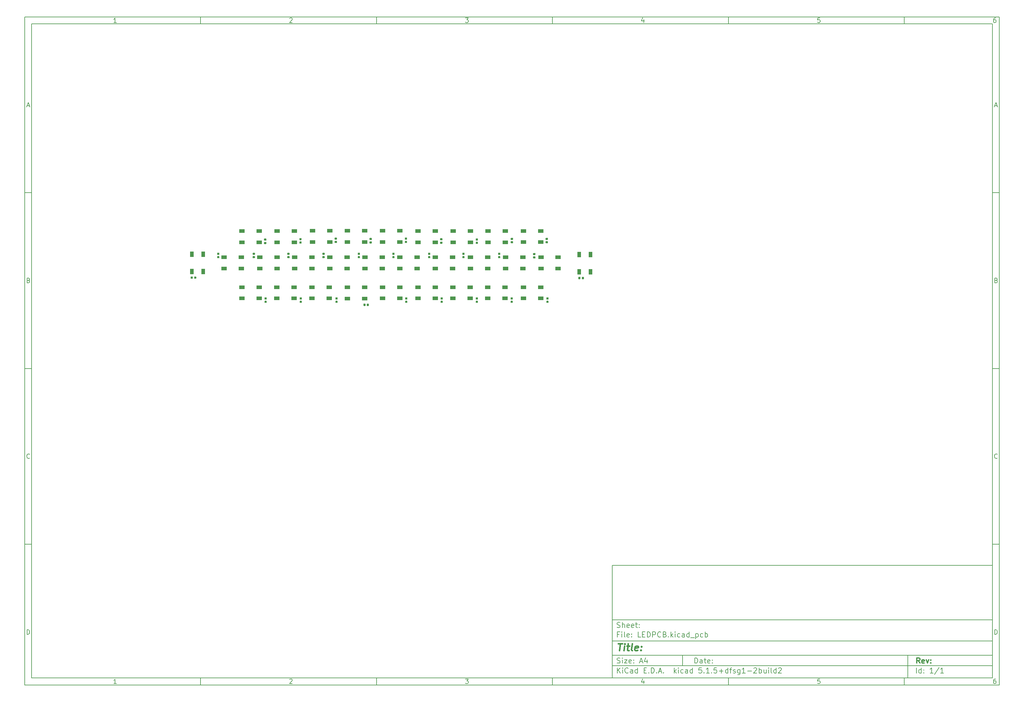
<source format=gbr>
G04 #@! TF.GenerationSoftware,KiCad,Pcbnew,5.1.5+dfsg1-2build2*
G04 #@! TF.CreationDate,2020-12-16T22:25:05+01:00*
G04 #@! TF.ProjectId,LEDPCB,4c454450-4342-42e6-9b69-6361645f7063,rev?*
G04 #@! TF.SameCoordinates,Original*
G04 #@! TF.FileFunction,Paste,Top*
G04 #@! TF.FilePolarity,Positive*
%FSLAX46Y46*%
G04 Gerber Fmt 4.6, Leading zero omitted, Abs format (unit mm)*
G04 Created by KiCad (PCBNEW 5.1.5+dfsg1-2build2) date 2020-12-16 22:25:05*
%MOMM*%
%LPD*%
G04 APERTURE LIST*
%ADD10C,0.100000*%
%ADD11C,0.150000*%
%ADD12C,0.300000*%
%ADD13C,0.400000*%
%ADD14R,1.500000X1.000000*%
%ADD15R,1.000000X1.500000*%
G04 APERTURE END LIST*
D10*
D11*
X177002200Y-166007200D02*
X177002200Y-198007200D01*
X285002200Y-198007200D01*
X285002200Y-166007200D01*
X177002200Y-166007200D01*
D10*
D11*
X10000000Y-10000000D02*
X10000000Y-200007200D01*
X287002200Y-200007200D01*
X287002200Y-10000000D01*
X10000000Y-10000000D01*
D10*
D11*
X12000000Y-12000000D02*
X12000000Y-198007200D01*
X285002200Y-198007200D01*
X285002200Y-12000000D01*
X12000000Y-12000000D01*
D10*
D11*
X60000000Y-12000000D02*
X60000000Y-10000000D01*
D10*
D11*
X110000000Y-12000000D02*
X110000000Y-10000000D01*
D10*
D11*
X160000000Y-12000000D02*
X160000000Y-10000000D01*
D10*
D11*
X210000000Y-12000000D02*
X210000000Y-10000000D01*
D10*
D11*
X260000000Y-12000000D02*
X260000000Y-10000000D01*
D10*
D11*
X36065476Y-11588095D02*
X35322619Y-11588095D01*
X35694047Y-11588095D02*
X35694047Y-10288095D01*
X35570238Y-10473809D01*
X35446428Y-10597619D01*
X35322619Y-10659523D01*
D10*
D11*
X85322619Y-10411904D02*
X85384523Y-10350000D01*
X85508333Y-10288095D01*
X85817857Y-10288095D01*
X85941666Y-10350000D01*
X86003571Y-10411904D01*
X86065476Y-10535714D01*
X86065476Y-10659523D01*
X86003571Y-10845238D01*
X85260714Y-11588095D01*
X86065476Y-11588095D01*
D10*
D11*
X135260714Y-10288095D02*
X136065476Y-10288095D01*
X135632142Y-10783333D01*
X135817857Y-10783333D01*
X135941666Y-10845238D01*
X136003571Y-10907142D01*
X136065476Y-11030952D01*
X136065476Y-11340476D01*
X136003571Y-11464285D01*
X135941666Y-11526190D01*
X135817857Y-11588095D01*
X135446428Y-11588095D01*
X135322619Y-11526190D01*
X135260714Y-11464285D01*
D10*
D11*
X185941666Y-10721428D02*
X185941666Y-11588095D01*
X185632142Y-10226190D02*
X185322619Y-11154761D01*
X186127380Y-11154761D01*
D10*
D11*
X236003571Y-10288095D02*
X235384523Y-10288095D01*
X235322619Y-10907142D01*
X235384523Y-10845238D01*
X235508333Y-10783333D01*
X235817857Y-10783333D01*
X235941666Y-10845238D01*
X236003571Y-10907142D01*
X236065476Y-11030952D01*
X236065476Y-11340476D01*
X236003571Y-11464285D01*
X235941666Y-11526190D01*
X235817857Y-11588095D01*
X235508333Y-11588095D01*
X235384523Y-11526190D01*
X235322619Y-11464285D01*
D10*
D11*
X285941666Y-10288095D02*
X285694047Y-10288095D01*
X285570238Y-10350000D01*
X285508333Y-10411904D01*
X285384523Y-10597619D01*
X285322619Y-10845238D01*
X285322619Y-11340476D01*
X285384523Y-11464285D01*
X285446428Y-11526190D01*
X285570238Y-11588095D01*
X285817857Y-11588095D01*
X285941666Y-11526190D01*
X286003571Y-11464285D01*
X286065476Y-11340476D01*
X286065476Y-11030952D01*
X286003571Y-10907142D01*
X285941666Y-10845238D01*
X285817857Y-10783333D01*
X285570238Y-10783333D01*
X285446428Y-10845238D01*
X285384523Y-10907142D01*
X285322619Y-11030952D01*
D10*
D11*
X60000000Y-198007200D02*
X60000000Y-200007200D01*
D10*
D11*
X110000000Y-198007200D02*
X110000000Y-200007200D01*
D10*
D11*
X160000000Y-198007200D02*
X160000000Y-200007200D01*
D10*
D11*
X210000000Y-198007200D02*
X210000000Y-200007200D01*
D10*
D11*
X260000000Y-198007200D02*
X260000000Y-200007200D01*
D10*
D11*
X36065476Y-199595295D02*
X35322619Y-199595295D01*
X35694047Y-199595295D02*
X35694047Y-198295295D01*
X35570238Y-198481009D01*
X35446428Y-198604819D01*
X35322619Y-198666723D01*
D10*
D11*
X85322619Y-198419104D02*
X85384523Y-198357200D01*
X85508333Y-198295295D01*
X85817857Y-198295295D01*
X85941666Y-198357200D01*
X86003571Y-198419104D01*
X86065476Y-198542914D01*
X86065476Y-198666723D01*
X86003571Y-198852438D01*
X85260714Y-199595295D01*
X86065476Y-199595295D01*
D10*
D11*
X135260714Y-198295295D02*
X136065476Y-198295295D01*
X135632142Y-198790533D01*
X135817857Y-198790533D01*
X135941666Y-198852438D01*
X136003571Y-198914342D01*
X136065476Y-199038152D01*
X136065476Y-199347676D01*
X136003571Y-199471485D01*
X135941666Y-199533390D01*
X135817857Y-199595295D01*
X135446428Y-199595295D01*
X135322619Y-199533390D01*
X135260714Y-199471485D01*
D10*
D11*
X185941666Y-198728628D02*
X185941666Y-199595295D01*
X185632142Y-198233390D02*
X185322619Y-199161961D01*
X186127380Y-199161961D01*
D10*
D11*
X236003571Y-198295295D02*
X235384523Y-198295295D01*
X235322619Y-198914342D01*
X235384523Y-198852438D01*
X235508333Y-198790533D01*
X235817857Y-198790533D01*
X235941666Y-198852438D01*
X236003571Y-198914342D01*
X236065476Y-199038152D01*
X236065476Y-199347676D01*
X236003571Y-199471485D01*
X235941666Y-199533390D01*
X235817857Y-199595295D01*
X235508333Y-199595295D01*
X235384523Y-199533390D01*
X235322619Y-199471485D01*
D10*
D11*
X285941666Y-198295295D02*
X285694047Y-198295295D01*
X285570238Y-198357200D01*
X285508333Y-198419104D01*
X285384523Y-198604819D01*
X285322619Y-198852438D01*
X285322619Y-199347676D01*
X285384523Y-199471485D01*
X285446428Y-199533390D01*
X285570238Y-199595295D01*
X285817857Y-199595295D01*
X285941666Y-199533390D01*
X286003571Y-199471485D01*
X286065476Y-199347676D01*
X286065476Y-199038152D01*
X286003571Y-198914342D01*
X285941666Y-198852438D01*
X285817857Y-198790533D01*
X285570238Y-198790533D01*
X285446428Y-198852438D01*
X285384523Y-198914342D01*
X285322619Y-199038152D01*
D10*
D11*
X10000000Y-60000000D02*
X12000000Y-60000000D01*
D10*
D11*
X10000000Y-110000000D02*
X12000000Y-110000000D01*
D10*
D11*
X10000000Y-160000000D02*
X12000000Y-160000000D01*
D10*
D11*
X10690476Y-35216666D02*
X11309523Y-35216666D01*
X10566666Y-35588095D02*
X11000000Y-34288095D01*
X11433333Y-35588095D01*
D10*
D11*
X11092857Y-84907142D02*
X11278571Y-84969047D01*
X11340476Y-85030952D01*
X11402380Y-85154761D01*
X11402380Y-85340476D01*
X11340476Y-85464285D01*
X11278571Y-85526190D01*
X11154761Y-85588095D01*
X10659523Y-85588095D01*
X10659523Y-84288095D01*
X11092857Y-84288095D01*
X11216666Y-84350000D01*
X11278571Y-84411904D01*
X11340476Y-84535714D01*
X11340476Y-84659523D01*
X11278571Y-84783333D01*
X11216666Y-84845238D01*
X11092857Y-84907142D01*
X10659523Y-84907142D01*
D10*
D11*
X11402380Y-135464285D02*
X11340476Y-135526190D01*
X11154761Y-135588095D01*
X11030952Y-135588095D01*
X10845238Y-135526190D01*
X10721428Y-135402380D01*
X10659523Y-135278571D01*
X10597619Y-135030952D01*
X10597619Y-134845238D01*
X10659523Y-134597619D01*
X10721428Y-134473809D01*
X10845238Y-134350000D01*
X11030952Y-134288095D01*
X11154761Y-134288095D01*
X11340476Y-134350000D01*
X11402380Y-134411904D01*
D10*
D11*
X10659523Y-185588095D02*
X10659523Y-184288095D01*
X10969047Y-184288095D01*
X11154761Y-184350000D01*
X11278571Y-184473809D01*
X11340476Y-184597619D01*
X11402380Y-184845238D01*
X11402380Y-185030952D01*
X11340476Y-185278571D01*
X11278571Y-185402380D01*
X11154761Y-185526190D01*
X10969047Y-185588095D01*
X10659523Y-185588095D01*
D10*
D11*
X287002200Y-60000000D02*
X285002200Y-60000000D01*
D10*
D11*
X287002200Y-110000000D02*
X285002200Y-110000000D01*
D10*
D11*
X287002200Y-160000000D02*
X285002200Y-160000000D01*
D10*
D11*
X285692676Y-35216666D02*
X286311723Y-35216666D01*
X285568866Y-35588095D02*
X286002200Y-34288095D01*
X286435533Y-35588095D01*
D10*
D11*
X286095057Y-84907142D02*
X286280771Y-84969047D01*
X286342676Y-85030952D01*
X286404580Y-85154761D01*
X286404580Y-85340476D01*
X286342676Y-85464285D01*
X286280771Y-85526190D01*
X286156961Y-85588095D01*
X285661723Y-85588095D01*
X285661723Y-84288095D01*
X286095057Y-84288095D01*
X286218866Y-84350000D01*
X286280771Y-84411904D01*
X286342676Y-84535714D01*
X286342676Y-84659523D01*
X286280771Y-84783333D01*
X286218866Y-84845238D01*
X286095057Y-84907142D01*
X285661723Y-84907142D01*
D10*
D11*
X286404580Y-135464285D02*
X286342676Y-135526190D01*
X286156961Y-135588095D01*
X286033152Y-135588095D01*
X285847438Y-135526190D01*
X285723628Y-135402380D01*
X285661723Y-135278571D01*
X285599819Y-135030952D01*
X285599819Y-134845238D01*
X285661723Y-134597619D01*
X285723628Y-134473809D01*
X285847438Y-134350000D01*
X286033152Y-134288095D01*
X286156961Y-134288095D01*
X286342676Y-134350000D01*
X286404580Y-134411904D01*
D10*
D11*
X285661723Y-185588095D02*
X285661723Y-184288095D01*
X285971247Y-184288095D01*
X286156961Y-184350000D01*
X286280771Y-184473809D01*
X286342676Y-184597619D01*
X286404580Y-184845238D01*
X286404580Y-185030952D01*
X286342676Y-185278571D01*
X286280771Y-185402380D01*
X286156961Y-185526190D01*
X285971247Y-185588095D01*
X285661723Y-185588095D01*
D10*
D11*
X200434342Y-193785771D02*
X200434342Y-192285771D01*
X200791485Y-192285771D01*
X201005771Y-192357200D01*
X201148628Y-192500057D01*
X201220057Y-192642914D01*
X201291485Y-192928628D01*
X201291485Y-193142914D01*
X201220057Y-193428628D01*
X201148628Y-193571485D01*
X201005771Y-193714342D01*
X200791485Y-193785771D01*
X200434342Y-193785771D01*
X202577200Y-193785771D02*
X202577200Y-193000057D01*
X202505771Y-192857200D01*
X202362914Y-192785771D01*
X202077200Y-192785771D01*
X201934342Y-192857200D01*
X202577200Y-193714342D02*
X202434342Y-193785771D01*
X202077200Y-193785771D01*
X201934342Y-193714342D01*
X201862914Y-193571485D01*
X201862914Y-193428628D01*
X201934342Y-193285771D01*
X202077200Y-193214342D01*
X202434342Y-193214342D01*
X202577200Y-193142914D01*
X203077200Y-192785771D02*
X203648628Y-192785771D01*
X203291485Y-192285771D02*
X203291485Y-193571485D01*
X203362914Y-193714342D01*
X203505771Y-193785771D01*
X203648628Y-193785771D01*
X204720057Y-193714342D02*
X204577200Y-193785771D01*
X204291485Y-193785771D01*
X204148628Y-193714342D01*
X204077200Y-193571485D01*
X204077200Y-193000057D01*
X204148628Y-192857200D01*
X204291485Y-192785771D01*
X204577200Y-192785771D01*
X204720057Y-192857200D01*
X204791485Y-193000057D01*
X204791485Y-193142914D01*
X204077200Y-193285771D01*
X205434342Y-193642914D02*
X205505771Y-193714342D01*
X205434342Y-193785771D01*
X205362914Y-193714342D01*
X205434342Y-193642914D01*
X205434342Y-193785771D01*
X205434342Y-192857200D02*
X205505771Y-192928628D01*
X205434342Y-193000057D01*
X205362914Y-192928628D01*
X205434342Y-192857200D01*
X205434342Y-193000057D01*
D10*
D11*
X177002200Y-194507200D02*
X285002200Y-194507200D01*
D10*
D11*
X178434342Y-196585771D02*
X178434342Y-195085771D01*
X179291485Y-196585771D02*
X178648628Y-195728628D01*
X179291485Y-195085771D02*
X178434342Y-195942914D01*
X179934342Y-196585771D02*
X179934342Y-195585771D01*
X179934342Y-195085771D02*
X179862914Y-195157200D01*
X179934342Y-195228628D01*
X180005771Y-195157200D01*
X179934342Y-195085771D01*
X179934342Y-195228628D01*
X181505771Y-196442914D02*
X181434342Y-196514342D01*
X181220057Y-196585771D01*
X181077200Y-196585771D01*
X180862914Y-196514342D01*
X180720057Y-196371485D01*
X180648628Y-196228628D01*
X180577200Y-195942914D01*
X180577200Y-195728628D01*
X180648628Y-195442914D01*
X180720057Y-195300057D01*
X180862914Y-195157200D01*
X181077200Y-195085771D01*
X181220057Y-195085771D01*
X181434342Y-195157200D01*
X181505771Y-195228628D01*
X182791485Y-196585771D02*
X182791485Y-195800057D01*
X182720057Y-195657200D01*
X182577200Y-195585771D01*
X182291485Y-195585771D01*
X182148628Y-195657200D01*
X182791485Y-196514342D02*
X182648628Y-196585771D01*
X182291485Y-196585771D01*
X182148628Y-196514342D01*
X182077200Y-196371485D01*
X182077200Y-196228628D01*
X182148628Y-196085771D01*
X182291485Y-196014342D01*
X182648628Y-196014342D01*
X182791485Y-195942914D01*
X184148628Y-196585771D02*
X184148628Y-195085771D01*
X184148628Y-196514342D02*
X184005771Y-196585771D01*
X183720057Y-196585771D01*
X183577200Y-196514342D01*
X183505771Y-196442914D01*
X183434342Y-196300057D01*
X183434342Y-195871485D01*
X183505771Y-195728628D01*
X183577200Y-195657200D01*
X183720057Y-195585771D01*
X184005771Y-195585771D01*
X184148628Y-195657200D01*
X186005771Y-195800057D02*
X186505771Y-195800057D01*
X186720057Y-196585771D02*
X186005771Y-196585771D01*
X186005771Y-195085771D01*
X186720057Y-195085771D01*
X187362914Y-196442914D02*
X187434342Y-196514342D01*
X187362914Y-196585771D01*
X187291485Y-196514342D01*
X187362914Y-196442914D01*
X187362914Y-196585771D01*
X188077200Y-196585771D02*
X188077200Y-195085771D01*
X188434342Y-195085771D01*
X188648628Y-195157200D01*
X188791485Y-195300057D01*
X188862914Y-195442914D01*
X188934342Y-195728628D01*
X188934342Y-195942914D01*
X188862914Y-196228628D01*
X188791485Y-196371485D01*
X188648628Y-196514342D01*
X188434342Y-196585771D01*
X188077200Y-196585771D01*
X189577200Y-196442914D02*
X189648628Y-196514342D01*
X189577200Y-196585771D01*
X189505771Y-196514342D01*
X189577200Y-196442914D01*
X189577200Y-196585771D01*
X190220057Y-196157200D02*
X190934342Y-196157200D01*
X190077200Y-196585771D02*
X190577200Y-195085771D01*
X191077200Y-196585771D01*
X191577200Y-196442914D02*
X191648628Y-196514342D01*
X191577200Y-196585771D01*
X191505771Y-196514342D01*
X191577200Y-196442914D01*
X191577200Y-196585771D01*
X194577200Y-196585771D02*
X194577200Y-195085771D01*
X194720057Y-196014342D02*
X195148628Y-196585771D01*
X195148628Y-195585771D02*
X194577200Y-196157200D01*
X195791485Y-196585771D02*
X195791485Y-195585771D01*
X195791485Y-195085771D02*
X195720057Y-195157200D01*
X195791485Y-195228628D01*
X195862914Y-195157200D01*
X195791485Y-195085771D01*
X195791485Y-195228628D01*
X197148628Y-196514342D02*
X197005771Y-196585771D01*
X196720057Y-196585771D01*
X196577200Y-196514342D01*
X196505771Y-196442914D01*
X196434342Y-196300057D01*
X196434342Y-195871485D01*
X196505771Y-195728628D01*
X196577200Y-195657200D01*
X196720057Y-195585771D01*
X197005771Y-195585771D01*
X197148628Y-195657200D01*
X198434342Y-196585771D02*
X198434342Y-195800057D01*
X198362914Y-195657200D01*
X198220057Y-195585771D01*
X197934342Y-195585771D01*
X197791485Y-195657200D01*
X198434342Y-196514342D02*
X198291485Y-196585771D01*
X197934342Y-196585771D01*
X197791485Y-196514342D01*
X197720057Y-196371485D01*
X197720057Y-196228628D01*
X197791485Y-196085771D01*
X197934342Y-196014342D01*
X198291485Y-196014342D01*
X198434342Y-195942914D01*
X199791485Y-196585771D02*
X199791485Y-195085771D01*
X199791485Y-196514342D02*
X199648628Y-196585771D01*
X199362914Y-196585771D01*
X199220057Y-196514342D01*
X199148628Y-196442914D01*
X199077200Y-196300057D01*
X199077200Y-195871485D01*
X199148628Y-195728628D01*
X199220057Y-195657200D01*
X199362914Y-195585771D01*
X199648628Y-195585771D01*
X199791485Y-195657200D01*
X202362914Y-195085771D02*
X201648628Y-195085771D01*
X201577200Y-195800057D01*
X201648628Y-195728628D01*
X201791485Y-195657200D01*
X202148628Y-195657200D01*
X202291485Y-195728628D01*
X202362914Y-195800057D01*
X202434342Y-195942914D01*
X202434342Y-196300057D01*
X202362914Y-196442914D01*
X202291485Y-196514342D01*
X202148628Y-196585771D01*
X201791485Y-196585771D01*
X201648628Y-196514342D01*
X201577200Y-196442914D01*
X203077200Y-196442914D02*
X203148628Y-196514342D01*
X203077200Y-196585771D01*
X203005771Y-196514342D01*
X203077200Y-196442914D01*
X203077200Y-196585771D01*
X204577200Y-196585771D02*
X203720057Y-196585771D01*
X204148628Y-196585771D02*
X204148628Y-195085771D01*
X204005771Y-195300057D01*
X203862914Y-195442914D01*
X203720057Y-195514342D01*
X205220057Y-196442914D02*
X205291485Y-196514342D01*
X205220057Y-196585771D01*
X205148628Y-196514342D01*
X205220057Y-196442914D01*
X205220057Y-196585771D01*
X206648628Y-195085771D02*
X205934342Y-195085771D01*
X205862914Y-195800057D01*
X205934342Y-195728628D01*
X206077200Y-195657200D01*
X206434342Y-195657200D01*
X206577200Y-195728628D01*
X206648628Y-195800057D01*
X206720057Y-195942914D01*
X206720057Y-196300057D01*
X206648628Y-196442914D01*
X206577200Y-196514342D01*
X206434342Y-196585771D01*
X206077200Y-196585771D01*
X205934342Y-196514342D01*
X205862914Y-196442914D01*
X207362914Y-196014342D02*
X208505771Y-196014342D01*
X207934342Y-196585771D02*
X207934342Y-195442914D01*
X209862914Y-196585771D02*
X209862914Y-195085771D01*
X209862914Y-196514342D02*
X209720057Y-196585771D01*
X209434342Y-196585771D01*
X209291485Y-196514342D01*
X209220057Y-196442914D01*
X209148628Y-196300057D01*
X209148628Y-195871485D01*
X209220057Y-195728628D01*
X209291485Y-195657200D01*
X209434342Y-195585771D01*
X209720057Y-195585771D01*
X209862914Y-195657200D01*
X210362914Y-195585771D02*
X210934342Y-195585771D01*
X210577200Y-196585771D02*
X210577200Y-195300057D01*
X210648628Y-195157200D01*
X210791485Y-195085771D01*
X210934342Y-195085771D01*
X211362914Y-196514342D02*
X211505771Y-196585771D01*
X211791485Y-196585771D01*
X211934342Y-196514342D01*
X212005771Y-196371485D01*
X212005771Y-196300057D01*
X211934342Y-196157200D01*
X211791485Y-196085771D01*
X211577200Y-196085771D01*
X211434342Y-196014342D01*
X211362914Y-195871485D01*
X211362914Y-195800057D01*
X211434342Y-195657200D01*
X211577200Y-195585771D01*
X211791485Y-195585771D01*
X211934342Y-195657200D01*
X213291485Y-195585771D02*
X213291485Y-196800057D01*
X213220057Y-196942914D01*
X213148628Y-197014342D01*
X213005771Y-197085771D01*
X212791485Y-197085771D01*
X212648628Y-197014342D01*
X213291485Y-196514342D02*
X213148628Y-196585771D01*
X212862914Y-196585771D01*
X212720057Y-196514342D01*
X212648628Y-196442914D01*
X212577200Y-196300057D01*
X212577200Y-195871485D01*
X212648628Y-195728628D01*
X212720057Y-195657200D01*
X212862914Y-195585771D01*
X213148628Y-195585771D01*
X213291485Y-195657200D01*
X214791485Y-196585771D02*
X213934342Y-196585771D01*
X214362914Y-196585771D02*
X214362914Y-195085771D01*
X214220057Y-195300057D01*
X214077200Y-195442914D01*
X213934342Y-195514342D01*
X215434342Y-196014342D02*
X216577200Y-196014342D01*
X217220057Y-195228628D02*
X217291485Y-195157200D01*
X217434342Y-195085771D01*
X217791485Y-195085771D01*
X217934342Y-195157200D01*
X218005771Y-195228628D01*
X218077200Y-195371485D01*
X218077200Y-195514342D01*
X218005771Y-195728628D01*
X217148628Y-196585771D01*
X218077200Y-196585771D01*
X218720057Y-196585771D02*
X218720057Y-195085771D01*
X218720057Y-195657200D02*
X218862914Y-195585771D01*
X219148628Y-195585771D01*
X219291485Y-195657200D01*
X219362914Y-195728628D01*
X219434342Y-195871485D01*
X219434342Y-196300057D01*
X219362914Y-196442914D01*
X219291485Y-196514342D01*
X219148628Y-196585771D01*
X218862914Y-196585771D01*
X218720057Y-196514342D01*
X220720057Y-195585771D02*
X220720057Y-196585771D01*
X220077200Y-195585771D02*
X220077200Y-196371485D01*
X220148628Y-196514342D01*
X220291485Y-196585771D01*
X220505771Y-196585771D01*
X220648628Y-196514342D01*
X220720057Y-196442914D01*
X221434342Y-196585771D02*
X221434342Y-195585771D01*
X221434342Y-195085771D02*
X221362914Y-195157200D01*
X221434342Y-195228628D01*
X221505771Y-195157200D01*
X221434342Y-195085771D01*
X221434342Y-195228628D01*
X222362914Y-196585771D02*
X222220057Y-196514342D01*
X222148628Y-196371485D01*
X222148628Y-195085771D01*
X223577200Y-196585771D02*
X223577200Y-195085771D01*
X223577200Y-196514342D02*
X223434342Y-196585771D01*
X223148628Y-196585771D01*
X223005771Y-196514342D01*
X222934342Y-196442914D01*
X222862914Y-196300057D01*
X222862914Y-195871485D01*
X222934342Y-195728628D01*
X223005771Y-195657200D01*
X223148628Y-195585771D01*
X223434342Y-195585771D01*
X223577200Y-195657200D01*
X224220057Y-195228628D02*
X224291485Y-195157200D01*
X224434342Y-195085771D01*
X224791485Y-195085771D01*
X224934342Y-195157200D01*
X225005771Y-195228628D01*
X225077200Y-195371485D01*
X225077200Y-195514342D01*
X225005771Y-195728628D01*
X224148628Y-196585771D01*
X225077200Y-196585771D01*
D10*
D11*
X177002200Y-191507200D02*
X285002200Y-191507200D01*
D10*
D12*
X264411485Y-193785771D02*
X263911485Y-193071485D01*
X263554342Y-193785771D02*
X263554342Y-192285771D01*
X264125771Y-192285771D01*
X264268628Y-192357200D01*
X264340057Y-192428628D01*
X264411485Y-192571485D01*
X264411485Y-192785771D01*
X264340057Y-192928628D01*
X264268628Y-193000057D01*
X264125771Y-193071485D01*
X263554342Y-193071485D01*
X265625771Y-193714342D02*
X265482914Y-193785771D01*
X265197200Y-193785771D01*
X265054342Y-193714342D01*
X264982914Y-193571485D01*
X264982914Y-193000057D01*
X265054342Y-192857200D01*
X265197200Y-192785771D01*
X265482914Y-192785771D01*
X265625771Y-192857200D01*
X265697200Y-193000057D01*
X265697200Y-193142914D01*
X264982914Y-193285771D01*
X266197200Y-192785771D02*
X266554342Y-193785771D01*
X266911485Y-192785771D01*
X267482914Y-193642914D02*
X267554342Y-193714342D01*
X267482914Y-193785771D01*
X267411485Y-193714342D01*
X267482914Y-193642914D01*
X267482914Y-193785771D01*
X267482914Y-192857200D02*
X267554342Y-192928628D01*
X267482914Y-193000057D01*
X267411485Y-192928628D01*
X267482914Y-192857200D01*
X267482914Y-193000057D01*
D10*
D11*
X178362914Y-193714342D02*
X178577200Y-193785771D01*
X178934342Y-193785771D01*
X179077200Y-193714342D01*
X179148628Y-193642914D01*
X179220057Y-193500057D01*
X179220057Y-193357200D01*
X179148628Y-193214342D01*
X179077200Y-193142914D01*
X178934342Y-193071485D01*
X178648628Y-193000057D01*
X178505771Y-192928628D01*
X178434342Y-192857200D01*
X178362914Y-192714342D01*
X178362914Y-192571485D01*
X178434342Y-192428628D01*
X178505771Y-192357200D01*
X178648628Y-192285771D01*
X179005771Y-192285771D01*
X179220057Y-192357200D01*
X179862914Y-193785771D02*
X179862914Y-192785771D01*
X179862914Y-192285771D02*
X179791485Y-192357200D01*
X179862914Y-192428628D01*
X179934342Y-192357200D01*
X179862914Y-192285771D01*
X179862914Y-192428628D01*
X180434342Y-192785771D02*
X181220057Y-192785771D01*
X180434342Y-193785771D01*
X181220057Y-193785771D01*
X182362914Y-193714342D02*
X182220057Y-193785771D01*
X181934342Y-193785771D01*
X181791485Y-193714342D01*
X181720057Y-193571485D01*
X181720057Y-193000057D01*
X181791485Y-192857200D01*
X181934342Y-192785771D01*
X182220057Y-192785771D01*
X182362914Y-192857200D01*
X182434342Y-193000057D01*
X182434342Y-193142914D01*
X181720057Y-193285771D01*
X183077200Y-193642914D02*
X183148628Y-193714342D01*
X183077200Y-193785771D01*
X183005771Y-193714342D01*
X183077200Y-193642914D01*
X183077200Y-193785771D01*
X183077200Y-192857200D02*
X183148628Y-192928628D01*
X183077200Y-193000057D01*
X183005771Y-192928628D01*
X183077200Y-192857200D01*
X183077200Y-193000057D01*
X184862914Y-193357200D02*
X185577200Y-193357200D01*
X184720057Y-193785771D02*
X185220057Y-192285771D01*
X185720057Y-193785771D01*
X186862914Y-192785771D02*
X186862914Y-193785771D01*
X186505771Y-192214342D02*
X186148628Y-193285771D01*
X187077200Y-193285771D01*
D10*
D11*
X263434342Y-196585771D02*
X263434342Y-195085771D01*
X264791485Y-196585771D02*
X264791485Y-195085771D01*
X264791485Y-196514342D02*
X264648628Y-196585771D01*
X264362914Y-196585771D01*
X264220057Y-196514342D01*
X264148628Y-196442914D01*
X264077200Y-196300057D01*
X264077200Y-195871485D01*
X264148628Y-195728628D01*
X264220057Y-195657200D01*
X264362914Y-195585771D01*
X264648628Y-195585771D01*
X264791485Y-195657200D01*
X265505771Y-196442914D02*
X265577200Y-196514342D01*
X265505771Y-196585771D01*
X265434342Y-196514342D01*
X265505771Y-196442914D01*
X265505771Y-196585771D01*
X265505771Y-195657200D02*
X265577200Y-195728628D01*
X265505771Y-195800057D01*
X265434342Y-195728628D01*
X265505771Y-195657200D01*
X265505771Y-195800057D01*
X268148628Y-196585771D02*
X267291485Y-196585771D01*
X267720057Y-196585771D02*
X267720057Y-195085771D01*
X267577200Y-195300057D01*
X267434342Y-195442914D01*
X267291485Y-195514342D01*
X269862914Y-195014342D02*
X268577200Y-196942914D01*
X271148628Y-196585771D02*
X270291485Y-196585771D01*
X270720057Y-196585771D02*
X270720057Y-195085771D01*
X270577200Y-195300057D01*
X270434342Y-195442914D01*
X270291485Y-195514342D01*
D10*
D11*
X177002200Y-187507200D02*
X285002200Y-187507200D01*
D10*
D13*
X178714580Y-188211961D02*
X179857438Y-188211961D01*
X179036009Y-190211961D02*
X179286009Y-188211961D01*
X180274104Y-190211961D02*
X180440771Y-188878628D01*
X180524104Y-188211961D02*
X180416961Y-188307200D01*
X180500295Y-188402438D01*
X180607438Y-188307200D01*
X180524104Y-188211961D01*
X180500295Y-188402438D01*
X181107438Y-188878628D02*
X181869342Y-188878628D01*
X181476485Y-188211961D02*
X181262200Y-189926247D01*
X181333628Y-190116723D01*
X181512200Y-190211961D01*
X181702676Y-190211961D01*
X182655057Y-190211961D02*
X182476485Y-190116723D01*
X182405057Y-189926247D01*
X182619342Y-188211961D01*
X184190771Y-190116723D02*
X183988390Y-190211961D01*
X183607438Y-190211961D01*
X183428866Y-190116723D01*
X183357438Y-189926247D01*
X183452676Y-189164342D01*
X183571723Y-188973866D01*
X183774104Y-188878628D01*
X184155057Y-188878628D01*
X184333628Y-188973866D01*
X184405057Y-189164342D01*
X184381247Y-189354819D01*
X183405057Y-189545295D01*
X185155057Y-190021485D02*
X185238390Y-190116723D01*
X185131247Y-190211961D01*
X185047914Y-190116723D01*
X185155057Y-190021485D01*
X185131247Y-190211961D01*
X185286009Y-188973866D02*
X185369342Y-189069104D01*
X185262200Y-189164342D01*
X185178866Y-189069104D01*
X185286009Y-188973866D01*
X185262200Y-189164342D01*
D10*
D11*
X178934342Y-185600057D02*
X178434342Y-185600057D01*
X178434342Y-186385771D02*
X178434342Y-184885771D01*
X179148628Y-184885771D01*
X179720057Y-186385771D02*
X179720057Y-185385771D01*
X179720057Y-184885771D02*
X179648628Y-184957200D01*
X179720057Y-185028628D01*
X179791485Y-184957200D01*
X179720057Y-184885771D01*
X179720057Y-185028628D01*
X180648628Y-186385771D02*
X180505771Y-186314342D01*
X180434342Y-186171485D01*
X180434342Y-184885771D01*
X181791485Y-186314342D02*
X181648628Y-186385771D01*
X181362914Y-186385771D01*
X181220057Y-186314342D01*
X181148628Y-186171485D01*
X181148628Y-185600057D01*
X181220057Y-185457200D01*
X181362914Y-185385771D01*
X181648628Y-185385771D01*
X181791485Y-185457200D01*
X181862914Y-185600057D01*
X181862914Y-185742914D01*
X181148628Y-185885771D01*
X182505771Y-186242914D02*
X182577200Y-186314342D01*
X182505771Y-186385771D01*
X182434342Y-186314342D01*
X182505771Y-186242914D01*
X182505771Y-186385771D01*
X182505771Y-185457200D02*
X182577200Y-185528628D01*
X182505771Y-185600057D01*
X182434342Y-185528628D01*
X182505771Y-185457200D01*
X182505771Y-185600057D01*
X185077200Y-186385771D02*
X184362914Y-186385771D01*
X184362914Y-184885771D01*
X185577200Y-185600057D02*
X186077200Y-185600057D01*
X186291485Y-186385771D02*
X185577200Y-186385771D01*
X185577200Y-184885771D01*
X186291485Y-184885771D01*
X186934342Y-186385771D02*
X186934342Y-184885771D01*
X187291485Y-184885771D01*
X187505771Y-184957200D01*
X187648628Y-185100057D01*
X187720057Y-185242914D01*
X187791485Y-185528628D01*
X187791485Y-185742914D01*
X187720057Y-186028628D01*
X187648628Y-186171485D01*
X187505771Y-186314342D01*
X187291485Y-186385771D01*
X186934342Y-186385771D01*
X188434342Y-186385771D02*
X188434342Y-184885771D01*
X189005771Y-184885771D01*
X189148628Y-184957200D01*
X189220057Y-185028628D01*
X189291485Y-185171485D01*
X189291485Y-185385771D01*
X189220057Y-185528628D01*
X189148628Y-185600057D01*
X189005771Y-185671485D01*
X188434342Y-185671485D01*
X190791485Y-186242914D02*
X190720057Y-186314342D01*
X190505771Y-186385771D01*
X190362914Y-186385771D01*
X190148628Y-186314342D01*
X190005771Y-186171485D01*
X189934342Y-186028628D01*
X189862914Y-185742914D01*
X189862914Y-185528628D01*
X189934342Y-185242914D01*
X190005771Y-185100057D01*
X190148628Y-184957200D01*
X190362914Y-184885771D01*
X190505771Y-184885771D01*
X190720057Y-184957200D01*
X190791485Y-185028628D01*
X191934342Y-185600057D02*
X192148628Y-185671485D01*
X192220057Y-185742914D01*
X192291485Y-185885771D01*
X192291485Y-186100057D01*
X192220057Y-186242914D01*
X192148628Y-186314342D01*
X192005771Y-186385771D01*
X191434342Y-186385771D01*
X191434342Y-184885771D01*
X191934342Y-184885771D01*
X192077200Y-184957200D01*
X192148628Y-185028628D01*
X192220057Y-185171485D01*
X192220057Y-185314342D01*
X192148628Y-185457200D01*
X192077200Y-185528628D01*
X191934342Y-185600057D01*
X191434342Y-185600057D01*
X192934342Y-186242914D02*
X193005771Y-186314342D01*
X192934342Y-186385771D01*
X192862914Y-186314342D01*
X192934342Y-186242914D01*
X192934342Y-186385771D01*
X193648628Y-186385771D02*
X193648628Y-184885771D01*
X193791485Y-185814342D02*
X194220057Y-186385771D01*
X194220057Y-185385771D02*
X193648628Y-185957200D01*
X194862914Y-186385771D02*
X194862914Y-185385771D01*
X194862914Y-184885771D02*
X194791485Y-184957200D01*
X194862914Y-185028628D01*
X194934342Y-184957200D01*
X194862914Y-184885771D01*
X194862914Y-185028628D01*
X196220057Y-186314342D02*
X196077200Y-186385771D01*
X195791485Y-186385771D01*
X195648628Y-186314342D01*
X195577200Y-186242914D01*
X195505771Y-186100057D01*
X195505771Y-185671485D01*
X195577200Y-185528628D01*
X195648628Y-185457200D01*
X195791485Y-185385771D01*
X196077200Y-185385771D01*
X196220057Y-185457200D01*
X197505771Y-186385771D02*
X197505771Y-185600057D01*
X197434342Y-185457200D01*
X197291485Y-185385771D01*
X197005771Y-185385771D01*
X196862914Y-185457200D01*
X197505771Y-186314342D02*
X197362914Y-186385771D01*
X197005771Y-186385771D01*
X196862914Y-186314342D01*
X196791485Y-186171485D01*
X196791485Y-186028628D01*
X196862914Y-185885771D01*
X197005771Y-185814342D01*
X197362914Y-185814342D01*
X197505771Y-185742914D01*
X198862914Y-186385771D02*
X198862914Y-184885771D01*
X198862914Y-186314342D02*
X198720057Y-186385771D01*
X198434342Y-186385771D01*
X198291485Y-186314342D01*
X198220057Y-186242914D01*
X198148628Y-186100057D01*
X198148628Y-185671485D01*
X198220057Y-185528628D01*
X198291485Y-185457200D01*
X198434342Y-185385771D01*
X198720057Y-185385771D01*
X198862914Y-185457200D01*
X199220057Y-186528628D02*
X200362914Y-186528628D01*
X200720057Y-185385771D02*
X200720057Y-186885771D01*
X200720057Y-185457200D02*
X200862914Y-185385771D01*
X201148628Y-185385771D01*
X201291485Y-185457200D01*
X201362914Y-185528628D01*
X201434342Y-185671485D01*
X201434342Y-186100057D01*
X201362914Y-186242914D01*
X201291485Y-186314342D01*
X201148628Y-186385771D01*
X200862914Y-186385771D01*
X200720057Y-186314342D01*
X202720057Y-186314342D02*
X202577200Y-186385771D01*
X202291485Y-186385771D01*
X202148628Y-186314342D01*
X202077200Y-186242914D01*
X202005771Y-186100057D01*
X202005771Y-185671485D01*
X202077200Y-185528628D01*
X202148628Y-185457200D01*
X202291485Y-185385771D01*
X202577200Y-185385771D01*
X202720057Y-185457200D01*
X203362914Y-186385771D02*
X203362914Y-184885771D01*
X203362914Y-185457200D02*
X203505771Y-185385771D01*
X203791485Y-185385771D01*
X203934342Y-185457200D01*
X204005771Y-185528628D01*
X204077200Y-185671485D01*
X204077200Y-186100057D01*
X204005771Y-186242914D01*
X203934342Y-186314342D01*
X203791485Y-186385771D01*
X203505771Y-186385771D01*
X203362914Y-186314342D01*
D10*
D11*
X177002200Y-181507200D02*
X285002200Y-181507200D01*
D10*
D11*
X178362914Y-183614342D02*
X178577200Y-183685771D01*
X178934342Y-183685771D01*
X179077200Y-183614342D01*
X179148628Y-183542914D01*
X179220057Y-183400057D01*
X179220057Y-183257200D01*
X179148628Y-183114342D01*
X179077200Y-183042914D01*
X178934342Y-182971485D01*
X178648628Y-182900057D01*
X178505771Y-182828628D01*
X178434342Y-182757200D01*
X178362914Y-182614342D01*
X178362914Y-182471485D01*
X178434342Y-182328628D01*
X178505771Y-182257200D01*
X178648628Y-182185771D01*
X179005771Y-182185771D01*
X179220057Y-182257200D01*
X179862914Y-183685771D02*
X179862914Y-182185771D01*
X180505771Y-183685771D02*
X180505771Y-182900057D01*
X180434342Y-182757200D01*
X180291485Y-182685771D01*
X180077200Y-182685771D01*
X179934342Y-182757200D01*
X179862914Y-182828628D01*
X181791485Y-183614342D02*
X181648628Y-183685771D01*
X181362914Y-183685771D01*
X181220057Y-183614342D01*
X181148628Y-183471485D01*
X181148628Y-182900057D01*
X181220057Y-182757200D01*
X181362914Y-182685771D01*
X181648628Y-182685771D01*
X181791485Y-182757200D01*
X181862914Y-182900057D01*
X181862914Y-183042914D01*
X181148628Y-183185771D01*
X183077200Y-183614342D02*
X182934342Y-183685771D01*
X182648628Y-183685771D01*
X182505771Y-183614342D01*
X182434342Y-183471485D01*
X182434342Y-182900057D01*
X182505771Y-182757200D01*
X182648628Y-182685771D01*
X182934342Y-182685771D01*
X183077200Y-182757200D01*
X183148628Y-182900057D01*
X183148628Y-183042914D01*
X182434342Y-183185771D01*
X183577200Y-182685771D02*
X184148628Y-182685771D01*
X183791485Y-182185771D02*
X183791485Y-183471485D01*
X183862914Y-183614342D01*
X184005771Y-183685771D01*
X184148628Y-183685771D01*
X184648628Y-183542914D02*
X184720057Y-183614342D01*
X184648628Y-183685771D01*
X184577200Y-183614342D01*
X184648628Y-183542914D01*
X184648628Y-183685771D01*
X184648628Y-182757200D02*
X184720057Y-182828628D01*
X184648628Y-182900057D01*
X184577200Y-182828628D01*
X184648628Y-182757200D01*
X184648628Y-182900057D01*
D10*
D11*
X197002200Y-191507200D02*
X197002200Y-194507200D01*
D10*
D11*
X261002200Y-191507200D02*
X261002200Y-198007200D01*
D14*
X116623000Y-73990000D03*
X116623000Y-70790000D03*
X111723000Y-73990000D03*
X111723000Y-70790000D03*
D10*
G36*
X78545958Y-73030710D02*
G01*
X78560276Y-73032834D01*
X78574317Y-73036351D01*
X78587946Y-73041228D01*
X78601031Y-73047417D01*
X78613447Y-73054858D01*
X78625073Y-73063481D01*
X78635798Y-73073202D01*
X78645519Y-73083927D01*
X78654142Y-73095553D01*
X78661583Y-73107969D01*
X78667772Y-73121054D01*
X78672649Y-73134683D01*
X78676166Y-73148724D01*
X78678290Y-73163042D01*
X78679000Y-73177500D01*
X78679000Y-73472500D01*
X78678290Y-73486958D01*
X78676166Y-73501276D01*
X78672649Y-73515317D01*
X78667772Y-73528946D01*
X78661583Y-73542031D01*
X78654142Y-73554447D01*
X78645519Y-73566073D01*
X78635798Y-73576798D01*
X78625073Y-73586519D01*
X78613447Y-73595142D01*
X78601031Y-73602583D01*
X78587946Y-73608772D01*
X78574317Y-73613649D01*
X78560276Y-73617166D01*
X78545958Y-73619290D01*
X78531500Y-73620000D01*
X78186500Y-73620000D01*
X78172042Y-73619290D01*
X78157724Y-73617166D01*
X78143683Y-73613649D01*
X78130054Y-73608772D01*
X78116969Y-73602583D01*
X78104553Y-73595142D01*
X78092927Y-73586519D01*
X78082202Y-73576798D01*
X78072481Y-73566073D01*
X78063858Y-73554447D01*
X78056417Y-73542031D01*
X78050228Y-73528946D01*
X78045351Y-73515317D01*
X78041834Y-73501276D01*
X78039710Y-73486958D01*
X78039000Y-73472500D01*
X78039000Y-73177500D01*
X78039710Y-73163042D01*
X78041834Y-73148724D01*
X78045351Y-73134683D01*
X78050228Y-73121054D01*
X78056417Y-73107969D01*
X78063858Y-73095553D01*
X78072481Y-73083927D01*
X78082202Y-73073202D01*
X78092927Y-73063481D01*
X78104553Y-73054858D01*
X78116969Y-73047417D01*
X78130054Y-73041228D01*
X78143683Y-73036351D01*
X78157724Y-73032834D01*
X78172042Y-73030710D01*
X78186500Y-73030000D01*
X78531500Y-73030000D01*
X78545958Y-73030710D01*
G37*
G36*
X78545958Y-74000710D02*
G01*
X78560276Y-74002834D01*
X78574317Y-74006351D01*
X78587946Y-74011228D01*
X78601031Y-74017417D01*
X78613447Y-74024858D01*
X78625073Y-74033481D01*
X78635798Y-74043202D01*
X78645519Y-74053927D01*
X78654142Y-74065553D01*
X78661583Y-74077969D01*
X78667772Y-74091054D01*
X78672649Y-74104683D01*
X78676166Y-74118724D01*
X78678290Y-74133042D01*
X78679000Y-74147500D01*
X78679000Y-74442500D01*
X78678290Y-74456958D01*
X78676166Y-74471276D01*
X78672649Y-74485317D01*
X78667772Y-74498946D01*
X78661583Y-74512031D01*
X78654142Y-74524447D01*
X78645519Y-74536073D01*
X78635798Y-74546798D01*
X78625073Y-74556519D01*
X78613447Y-74565142D01*
X78601031Y-74572583D01*
X78587946Y-74578772D01*
X78574317Y-74583649D01*
X78560276Y-74587166D01*
X78545958Y-74589290D01*
X78531500Y-74590000D01*
X78186500Y-74590000D01*
X78172042Y-74589290D01*
X78157724Y-74587166D01*
X78143683Y-74583649D01*
X78130054Y-74578772D01*
X78116969Y-74572583D01*
X78104553Y-74565142D01*
X78092927Y-74556519D01*
X78082202Y-74546798D01*
X78072481Y-74536073D01*
X78063858Y-74524447D01*
X78056417Y-74512031D01*
X78050228Y-74498946D01*
X78045351Y-74485317D01*
X78041834Y-74471276D01*
X78039710Y-74456958D01*
X78039000Y-74442500D01*
X78039000Y-74147500D01*
X78039710Y-74133042D01*
X78041834Y-74118724D01*
X78045351Y-74104683D01*
X78050228Y-74091054D01*
X78056417Y-74077969D01*
X78063858Y-74065553D01*
X78072481Y-74053927D01*
X78082202Y-74043202D01*
X78092927Y-74033481D01*
X78104553Y-74024858D01*
X78116969Y-74017417D01*
X78130054Y-74011228D01*
X78143683Y-74006351D01*
X78157724Y-74002834D01*
X78172042Y-74000710D01*
X78186500Y-74000000D01*
X78531500Y-74000000D01*
X78545958Y-74000710D01*
G37*
G36*
X88578958Y-73873710D02*
G01*
X88593276Y-73875834D01*
X88607317Y-73879351D01*
X88620946Y-73884228D01*
X88634031Y-73890417D01*
X88646447Y-73897858D01*
X88658073Y-73906481D01*
X88668798Y-73916202D01*
X88678519Y-73926927D01*
X88687142Y-73938553D01*
X88694583Y-73950969D01*
X88700772Y-73964054D01*
X88705649Y-73977683D01*
X88709166Y-73991724D01*
X88711290Y-74006042D01*
X88712000Y-74020500D01*
X88712000Y-74315500D01*
X88711290Y-74329958D01*
X88709166Y-74344276D01*
X88705649Y-74358317D01*
X88700772Y-74371946D01*
X88694583Y-74385031D01*
X88687142Y-74397447D01*
X88678519Y-74409073D01*
X88668798Y-74419798D01*
X88658073Y-74429519D01*
X88646447Y-74438142D01*
X88634031Y-74445583D01*
X88620946Y-74451772D01*
X88607317Y-74456649D01*
X88593276Y-74460166D01*
X88578958Y-74462290D01*
X88564500Y-74463000D01*
X88219500Y-74463000D01*
X88205042Y-74462290D01*
X88190724Y-74460166D01*
X88176683Y-74456649D01*
X88163054Y-74451772D01*
X88149969Y-74445583D01*
X88137553Y-74438142D01*
X88125927Y-74429519D01*
X88115202Y-74419798D01*
X88105481Y-74409073D01*
X88096858Y-74397447D01*
X88089417Y-74385031D01*
X88083228Y-74371946D01*
X88078351Y-74358317D01*
X88074834Y-74344276D01*
X88072710Y-74329958D01*
X88072000Y-74315500D01*
X88072000Y-74020500D01*
X88072710Y-74006042D01*
X88074834Y-73991724D01*
X88078351Y-73977683D01*
X88083228Y-73964054D01*
X88089417Y-73950969D01*
X88096858Y-73938553D01*
X88105481Y-73926927D01*
X88115202Y-73916202D01*
X88125927Y-73906481D01*
X88137553Y-73897858D01*
X88149969Y-73890417D01*
X88163054Y-73884228D01*
X88176683Y-73879351D01*
X88190724Y-73875834D01*
X88205042Y-73873710D01*
X88219500Y-73873000D01*
X88564500Y-73873000D01*
X88578958Y-73873710D01*
G37*
G36*
X88578958Y-72903710D02*
G01*
X88593276Y-72905834D01*
X88607317Y-72909351D01*
X88620946Y-72914228D01*
X88634031Y-72920417D01*
X88646447Y-72927858D01*
X88658073Y-72936481D01*
X88668798Y-72946202D01*
X88678519Y-72956927D01*
X88687142Y-72968553D01*
X88694583Y-72980969D01*
X88700772Y-72994054D01*
X88705649Y-73007683D01*
X88709166Y-73021724D01*
X88711290Y-73036042D01*
X88712000Y-73050500D01*
X88712000Y-73345500D01*
X88711290Y-73359958D01*
X88709166Y-73374276D01*
X88705649Y-73388317D01*
X88700772Y-73401946D01*
X88694583Y-73415031D01*
X88687142Y-73427447D01*
X88678519Y-73439073D01*
X88668798Y-73449798D01*
X88658073Y-73459519D01*
X88646447Y-73468142D01*
X88634031Y-73475583D01*
X88620946Y-73481772D01*
X88607317Y-73486649D01*
X88593276Y-73490166D01*
X88578958Y-73492290D01*
X88564500Y-73493000D01*
X88219500Y-73493000D01*
X88205042Y-73492290D01*
X88190724Y-73490166D01*
X88176683Y-73486649D01*
X88163054Y-73481772D01*
X88149969Y-73475583D01*
X88137553Y-73468142D01*
X88125927Y-73459519D01*
X88115202Y-73449798D01*
X88105481Y-73439073D01*
X88096858Y-73427447D01*
X88089417Y-73415031D01*
X88083228Y-73401946D01*
X88078351Y-73388317D01*
X88074834Y-73374276D01*
X88072710Y-73359958D01*
X88072000Y-73345500D01*
X88072000Y-73050500D01*
X88072710Y-73036042D01*
X88074834Y-73021724D01*
X88078351Y-73007683D01*
X88083228Y-72994054D01*
X88089417Y-72980969D01*
X88096858Y-72968553D01*
X88105481Y-72956927D01*
X88115202Y-72946202D01*
X88125927Y-72936481D01*
X88137553Y-72927858D01*
X88149969Y-72920417D01*
X88163054Y-72914228D01*
X88176683Y-72909351D01*
X88190724Y-72905834D01*
X88205042Y-72903710D01*
X88219500Y-72903000D01*
X88564500Y-72903000D01*
X88578958Y-72903710D01*
G37*
G36*
X98611958Y-72753710D02*
G01*
X98626276Y-72755834D01*
X98640317Y-72759351D01*
X98653946Y-72764228D01*
X98667031Y-72770417D01*
X98679447Y-72777858D01*
X98691073Y-72786481D01*
X98701798Y-72796202D01*
X98711519Y-72806927D01*
X98720142Y-72818553D01*
X98727583Y-72830969D01*
X98733772Y-72844054D01*
X98738649Y-72857683D01*
X98742166Y-72871724D01*
X98744290Y-72886042D01*
X98745000Y-72900500D01*
X98745000Y-73195500D01*
X98744290Y-73209958D01*
X98742166Y-73224276D01*
X98738649Y-73238317D01*
X98733772Y-73251946D01*
X98727583Y-73265031D01*
X98720142Y-73277447D01*
X98711519Y-73289073D01*
X98701798Y-73299798D01*
X98691073Y-73309519D01*
X98679447Y-73318142D01*
X98667031Y-73325583D01*
X98653946Y-73331772D01*
X98640317Y-73336649D01*
X98626276Y-73340166D01*
X98611958Y-73342290D01*
X98597500Y-73343000D01*
X98252500Y-73343000D01*
X98238042Y-73342290D01*
X98223724Y-73340166D01*
X98209683Y-73336649D01*
X98196054Y-73331772D01*
X98182969Y-73325583D01*
X98170553Y-73318142D01*
X98158927Y-73309519D01*
X98148202Y-73299798D01*
X98138481Y-73289073D01*
X98129858Y-73277447D01*
X98122417Y-73265031D01*
X98116228Y-73251946D01*
X98111351Y-73238317D01*
X98107834Y-73224276D01*
X98105710Y-73209958D01*
X98105000Y-73195500D01*
X98105000Y-72900500D01*
X98105710Y-72886042D01*
X98107834Y-72871724D01*
X98111351Y-72857683D01*
X98116228Y-72844054D01*
X98122417Y-72830969D01*
X98129858Y-72818553D01*
X98138481Y-72806927D01*
X98148202Y-72796202D01*
X98158927Y-72786481D01*
X98170553Y-72777858D01*
X98182969Y-72770417D01*
X98196054Y-72764228D01*
X98209683Y-72759351D01*
X98223724Y-72755834D01*
X98238042Y-72753710D01*
X98252500Y-72753000D01*
X98597500Y-72753000D01*
X98611958Y-72753710D01*
G37*
G36*
X98611958Y-73723710D02*
G01*
X98626276Y-73725834D01*
X98640317Y-73729351D01*
X98653946Y-73734228D01*
X98667031Y-73740417D01*
X98679447Y-73747858D01*
X98691073Y-73756481D01*
X98701798Y-73766202D01*
X98711519Y-73776927D01*
X98720142Y-73788553D01*
X98727583Y-73800969D01*
X98733772Y-73814054D01*
X98738649Y-73827683D01*
X98742166Y-73841724D01*
X98744290Y-73856042D01*
X98745000Y-73870500D01*
X98745000Y-74165500D01*
X98744290Y-74179958D01*
X98742166Y-74194276D01*
X98738649Y-74208317D01*
X98733772Y-74221946D01*
X98727583Y-74235031D01*
X98720142Y-74247447D01*
X98711519Y-74259073D01*
X98701798Y-74269798D01*
X98691073Y-74279519D01*
X98679447Y-74288142D01*
X98667031Y-74295583D01*
X98653946Y-74301772D01*
X98640317Y-74306649D01*
X98626276Y-74310166D01*
X98611958Y-74312290D01*
X98597500Y-74313000D01*
X98252500Y-74313000D01*
X98238042Y-74312290D01*
X98223724Y-74310166D01*
X98209683Y-74306649D01*
X98196054Y-74301772D01*
X98182969Y-74295583D01*
X98170553Y-74288142D01*
X98158927Y-74279519D01*
X98148202Y-74269798D01*
X98138481Y-74259073D01*
X98129858Y-74247447D01*
X98122417Y-74235031D01*
X98116228Y-74221946D01*
X98111351Y-74208317D01*
X98107834Y-74194276D01*
X98105710Y-74179958D01*
X98105000Y-74165500D01*
X98105000Y-73870500D01*
X98105710Y-73856042D01*
X98107834Y-73841724D01*
X98111351Y-73827683D01*
X98116228Y-73814054D01*
X98122417Y-73800969D01*
X98129858Y-73788553D01*
X98138481Y-73776927D01*
X98148202Y-73766202D01*
X98158927Y-73756481D01*
X98170553Y-73747858D01*
X98182969Y-73740417D01*
X98196054Y-73734228D01*
X98209683Y-73729351D01*
X98223724Y-73725834D01*
X98238042Y-73723710D01*
X98252500Y-73723000D01*
X98597500Y-73723000D01*
X98611958Y-73723710D01*
G37*
G36*
X108517958Y-72857710D02*
G01*
X108532276Y-72859834D01*
X108546317Y-72863351D01*
X108559946Y-72868228D01*
X108573031Y-72874417D01*
X108585447Y-72881858D01*
X108597073Y-72890481D01*
X108607798Y-72900202D01*
X108617519Y-72910927D01*
X108626142Y-72922553D01*
X108633583Y-72934969D01*
X108639772Y-72948054D01*
X108644649Y-72961683D01*
X108648166Y-72975724D01*
X108650290Y-72990042D01*
X108651000Y-73004500D01*
X108651000Y-73299500D01*
X108650290Y-73313958D01*
X108648166Y-73328276D01*
X108644649Y-73342317D01*
X108639772Y-73355946D01*
X108633583Y-73369031D01*
X108626142Y-73381447D01*
X108617519Y-73393073D01*
X108607798Y-73403798D01*
X108597073Y-73413519D01*
X108585447Y-73422142D01*
X108573031Y-73429583D01*
X108559946Y-73435772D01*
X108546317Y-73440649D01*
X108532276Y-73444166D01*
X108517958Y-73446290D01*
X108503500Y-73447000D01*
X108158500Y-73447000D01*
X108144042Y-73446290D01*
X108129724Y-73444166D01*
X108115683Y-73440649D01*
X108102054Y-73435772D01*
X108088969Y-73429583D01*
X108076553Y-73422142D01*
X108064927Y-73413519D01*
X108054202Y-73403798D01*
X108044481Y-73393073D01*
X108035858Y-73381447D01*
X108028417Y-73369031D01*
X108022228Y-73355946D01*
X108017351Y-73342317D01*
X108013834Y-73328276D01*
X108011710Y-73313958D01*
X108011000Y-73299500D01*
X108011000Y-73004500D01*
X108011710Y-72990042D01*
X108013834Y-72975724D01*
X108017351Y-72961683D01*
X108022228Y-72948054D01*
X108028417Y-72934969D01*
X108035858Y-72922553D01*
X108044481Y-72910927D01*
X108054202Y-72900202D01*
X108064927Y-72890481D01*
X108076553Y-72881858D01*
X108088969Y-72874417D01*
X108102054Y-72868228D01*
X108115683Y-72863351D01*
X108129724Y-72859834D01*
X108144042Y-72857710D01*
X108158500Y-72857000D01*
X108503500Y-72857000D01*
X108517958Y-72857710D01*
G37*
G36*
X108517958Y-73827710D02*
G01*
X108532276Y-73829834D01*
X108546317Y-73833351D01*
X108559946Y-73838228D01*
X108573031Y-73844417D01*
X108585447Y-73851858D01*
X108597073Y-73860481D01*
X108607798Y-73870202D01*
X108617519Y-73880927D01*
X108626142Y-73892553D01*
X108633583Y-73904969D01*
X108639772Y-73918054D01*
X108644649Y-73931683D01*
X108648166Y-73945724D01*
X108650290Y-73960042D01*
X108651000Y-73974500D01*
X108651000Y-74269500D01*
X108650290Y-74283958D01*
X108648166Y-74298276D01*
X108644649Y-74312317D01*
X108639772Y-74325946D01*
X108633583Y-74339031D01*
X108626142Y-74351447D01*
X108617519Y-74363073D01*
X108607798Y-74373798D01*
X108597073Y-74383519D01*
X108585447Y-74392142D01*
X108573031Y-74399583D01*
X108559946Y-74405772D01*
X108546317Y-74410649D01*
X108532276Y-74414166D01*
X108517958Y-74416290D01*
X108503500Y-74417000D01*
X108158500Y-74417000D01*
X108144042Y-74416290D01*
X108129724Y-74414166D01*
X108115683Y-74410649D01*
X108102054Y-74405772D01*
X108088969Y-74399583D01*
X108076553Y-74392142D01*
X108064927Y-74383519D01*
X108054202Y-74373798D01*
X108044481Y-74363073D01*
X108035858Y-74351447D01*
X108028417Y-74339031D01*
X108022228Y-74325946D01*
X108017351Y-74312317D01*
X108013834Y-74298276D01*
X108011710Y-74283958D01*
X108011000Y-74269500D01*
X108011000Y-73974500D01*
X108011710Y-73960042D01*
X108013834Y-73945724D01*
X108017351Y-73931683D01*
X108022228Y-73918054D01*
X108028417Y-73904969D01*
X108035858Y-73892553D01*
X108044481Y-73880927D01*
X108054202Y-73870202D01*
X108064927Y-73860481D01*
X108076553Y-73851858D01*
X108088969Y-73844417D01*
X108102054Y-73838228D01*
X108115683Y-73833351D01*
X108129724Y-73829834D01*
X108144042Y-73827710D01*
X108158500Y-73827000D01*
X108503500Y-73827000D01*
X108517958Y-73827710D01*
G37*
G36*
X118550958Y-73723710D02*
G01*
X118565276Y-73725834D01*
X118579317Y-73729351D01*
X118592946Y-73734228D01*
X118606031Y-73740417D01*
X118618447Y-73747858D01*
X118630073Y-73756481D01*
X118640798Y-73766202D01*
X118650519Y-73776927D01*
X118659142Y-73788553D01*
X118666583Y-73800969D01*
X118672772Y-73814054D01*
X118677649Y-73827683D01*
X118681166Y-73841724D01*
X118683290Y-73856042D01*
X118684000Y-73870500D01*
X118684000Y-74165500D01*
X118683290Y-74179958D01*
X118681166Y-74194276D01*
X118677649Y-74208317D01*
X118672772Y-74221946D01*
X118666583Y-74235031D01*
X118659142Y-74247447D01*
X118650519Y-74259073D01*
X118640798Y-74269798D01*
X118630073Y-74279519D01*
X118618447Y-74288142D01*
X118606031Y-74295583D01*
X118592946Y-74301772D01*
X118579317Y-74306649D01*
X118565276Y-74310166D01*
X118550958Y-74312290D01*
X118536500Y-74313000D01*
X118191500Y-74313000D01*
X118177042Y-74312290D01*
X118162724Y-74310166D01*
X118148683Y-74306649D01*
X118135054Y-74301772D01*
X118121969Y-74295583D01*
X118109553Y-74288142D01*
X118097927Y-74279519D01*
X118087202Y-74269798D01*
X118077481Y-74259073D01*
X118068858Y-74247447D01*
X118061417Y-74235031D01*
X118055228Y-74221946D01*
X118050351Y-74208317D01*
X118046834Y-74194276D01*
X118044710Y-74179958D01*
X118044000Y-74165500D01*
X118044000Y-73870500D01*
X118044710Y-73856042D01*
X118046834Y-73841724D01*
X118050351Y-73827683D01*
X118055228Y-73814054D01*
X118061417Y-73800969D01*
X118068858Y-73788553D01*
X118077481Y-73776927D01*
X118087202Y-73766202D01*
X118097927Y-73756481D01*
X118109553Y-73747858D01*
X118121969Y-73740417D01*
X118135054Y-73734228D01*
X118148683Y-73729351D01*
X118162724Y-73725834D01*
X118177042Y-73723710D01*
X118191500Y-73723000D01*
X118536500Y-73723000D01*
X118550958Y-73723710D01*
G37*
G36*
X118550958Y-72753710D02*
G01*
X118565276Y-72755834D01*
X118579317Y-72759351D01*
X118592946Y-72764228D01*
X118606031Y-72770417D01*
X118618447Y-72777858D01*
X118630073Y-72786481D01*
X118640798Y-72796202D01*
X118650519Y-72806927D01*
X118659142Y-72818553D01*
X118666583Y-72830969D01*
X118672772Y-72844054D01*
X118677649Y-72857683D01*
X118681166Y-72871724D01*
X118683290Y-72886042D01*
X118684000Y-72900500D01*
X118684000Y-73195500D01*
X118683290Y-73209958D01*
X118681166Y-73224276D01*
X118677649Y-73238317D01*
X118672772Y-73251946D01*
X118666583Y-73265031D01*
X118659142Y-73277447D01*
X118650519Y-73289073D01*
X118640798Y-73299798D01*
X118630073Y-73309519D01*
X118618447Y-73318142D01*
X118606031Y-73325583D01*
X118592946Y-73331772D01*
X118579317Y-73336649D01*
X118565276Y-73340166D01*
X118550958Y-73342290D01*
X118536500Y-73343000D01*
X118191500Y-73343000D01*
X118177042Y-73342290D01*
X118162724Y-73340166D01*
X118148683Y-73336649D01*
X118135054Y-73331772D01*
X118121969Y-73325583D01*
X118109553Y-73318142D01*
X118097927Y-73309519D01*
X118087202Y-73299798D01*
X118077481Y-73289073D01*
X118068858Y-73277447D01*
X118061417Y-73265031D01*
X118055228Y-73251946D01*
X118050351Y-73238317D01*
X118046834Y-73224276D01*
X118044710Y-73209958D01*
X118044000Y-73195500D01*
X118044000Y-72900500D01*
X118044710Y-72886042D01*
X118046834Y-72871724D01*
X118050351Y-72857683D01*
X118055228Y-72844054D01*
X118061417Y-72830969D01*
X118068858Y-72818553D01*
X118077481Y-72806927D01*
X118087202Y-72796202D01*
X118097927Y-72786481D01*
X118109553Y-72777858D01*
X118121969Y-72770417D01*
X118135054Y-72764228D01*
X118148683Y-72759351D01*
X118162724Y-72755834D01*
X118177042Y-72753710D01*
X118191500Y-72753000D01*
X118536500Y-72753000D01*
X118550958Y-72753710D01*
G37*
G36*
X128583958Y-72944210D02*
G01*
X128598276Y-72946334D01*
X128612317Y-72949851D01*
X128625946Y-72954728D01*
X128639031Y-72960917D01*
X128651447Y-72968358D01*
X128663073Y-72976981D01*
X128673798Y-72986702D01*
X128683519Y-72997427D01*
X128692142Y-73009053D01*
X128699583Y-73021469D01*
X128705772Y-73034554D01*
X128710649Y-73048183D01*
X128714166Y-73062224D01*
X128716290Y-73076542D01*
X128717000Y-73091000D01*
X128717000Y-73386000D01*
X128716290Y-73400458D01*
X128714166Y-73414776D01*
X128710649Y-73428817D01*
X128705772Y-73442446D01*
X128699583Y-73455531D01*
X128692142Y-73467947D01*
X128683519Y-73479573D01*
X128673798Y-73490298D01*
X128663073Y-73500019D01*
X128651447Y-73508642D01*
X128639031Y-73516083D01*
X128625946Y-73522272D01*
X128612317Y-73527149D01*
X128598276Y-73530666D01*
X128583958Y-73532790D01*
X128569500Y-73533500D01*
X128224500Y-73533500D01*
X128210042Y-73532790D01*
X128195724Y-73530666D01*
X128181683Y-73527149D01*
X128168054Y-73522272D01*
X128154969Y-73516083D01*
X128142553Y-73508642D01*
X128130927Y-73500019D01*
X128120202Y-73490298D01*
X128110481Y-73479573D01*
X128101858Y-73467947D01*
X128094417Y-73455531D01*
X128088228Y-73442446D01*
X128083351Y-73428817D01*
X128079834Y-73414776D01*
X128077710Y-73400458D01*
X128077000Y-73386000D01*
X128077000Y-73091000D01*
X128077710Y-73076542D01*
X128079834Y-73062224D01*
X128083351Y-73048183D01*
X128088228Y-73034554D01*
X128094417Y-73021469D01*
X128101858Y-73009053D01*
X128110481Y-72997427D01*
X128120202Y-72986702D01*
X128130927Y-72976981D01*
X128142553Y-72968358D01*
X128154969Y-72960917D01*
X128168054Y-72954728D01*
X128181683Y-72949851D01*
X128195724Y-72946334D01*
X128210042Y-72944210D01*
X128224500Y-72943500D01*
X128569500Y-72943500D01*
X128583958Y-72944210D01*
G37*
G36*
X128583958Y-73914210D02*
G01*
X128598276Y-73916334D01*
X128612317Y-73919851D01*
X128625946Y-73924728D01*
X128639031Y-73930917D01*
X128651447Y-73938358D01*
X128663073Y-73946981D01*
X128673798Y-73956702D01*
X128683519Y-73967427D01*
X128692142Y-73979053D01*
X128699583Y-73991469D01*
X128705772Y-74004554D01*
X128710649Y-74018183D01*
X128714166Y-74032224D01*
X128716290Y-74046542D01*
X128717000Y-74061000D01*
X128717000Y-74356000D01*
X128716290Y-74370458D01*
X128714166Y-74384776D01*
X128710649Y-74398817D01*
X128705772Y-74412446D01*
X128699583Y-74425531D01*
X128692142Y-74437947D01*
X128683519Y-74449573D01*
X128673798Y-74460298D01*
X128663073Y-74470019D01*
X128651447Y-74478642D01*
X128639031Y-74486083D01*
X128625946Y-74492272D01*
X128612317Y-74497149D01*
X128598276Y-74500666D01*
X128583958Y-74502790D01*
X128569500Y-74503500D01*
X128224500Y-74503500D01*
X128210042Y-74502790D01*
X128195724Y-74500666D01*
X128181683Y-74497149D01*
X128168054Y-74492272D01*
X128154969Y-74486083D01*
X128142553Y-74478642D01*
X128130927Y-74470019D01*
X128120202Y-74460298D01*
X128110481Y-74449573D01*
X128101858Y-74437947D01*
X128094417Y-74425531D01*
X128088228Y-74412446D01*
X128083351Y-74398817D01*
X128079834Y-74384776D01*
X128077710Y-74370458D01*
X128077000Y-74356000D01*
X128077000Y-74061000D01*
X128077710Y-74046542D01*
X128079834Y-74032224D01*
X128083351Y-74018183D01*
X128088228Y-74004554D01*
X128094417Y-73991469D01*
X128101858Y-73979053D01*
X128110481Y-73967427D01*
X128120202Y-73956702D01*
X128130927Y-73946981D01*
X128142553Y-73938358D01*
X128154969Y-73930917D01*
X128168054Y-73924728D01*
X128181683Y-73919851D01*
X128195724Y-73916334D01*
X128210042Y-73914210D01*
X128224500Y-73913500D01*
X128569500Y-73913500D01*
X128583958Y-73914210D01*
G37*
G36*
X138680458Y-73977710D02*
G01*
X138694776Y-73979834D01*
X138708817Y-73983351D01*
X138722446Y-73988228D01*
X138735531Y-73994417D01*
X138747947Y-74001858D01*
X138759573Y-74010481D01*
X138770298Y-74020202D01*
X138780019Y-74030927D01*
X138788642Y-74042553D01*
X138796083Y-74054969D01*
X138802272Y-74068054D01*
X138807149Y-74081683D01*
X138810666Y-74095724D01*
X138812790Y-74110042D01*
X138813500Y-74124500D01*
X138813500Y-74419500D01*
X138812790Y-74433958D01*
X138810666Y-74448276D01*
X138807149Y-74462317D01*
X138802272Y-74475946D01*
X138796083Y-74489031D01*
X138788642Y-74501447D01*
X138780019Y-74513073D01*
X138770298Y-74523798D01*
X138759573Y-74533519D01*
X138747947Y-74542142D01*
X138735531Y-74549583D01*
X138722446Y-74555772D01*
X138708817Y-74560649D01*
X138694776Y-74564166D01*
X138680458Y-74566290D01*
X138666000Y-74567000D01*
X138321000Y-74567000D01*
X138306542Y-74566290D01*
X138292224Y-74564166D01*
X138278183Y-74560649D01*
X138264554Y-74555772D01*
X138251469Y-74549583D01*
X138239053Y-74542142D01*
X138227427Y-74533519D01*
X138216702Y-74523798D01*
X138206981Y-74513073D01*
X138198358Y-74501447D01*
X138190917Y-74489031D01*
X138184728Y-74475946D01*
X138179851Y-74462317D01*
X138176334Y-74448276D01*
X138174210Y-74433958D01*
X138173500Y-74419500D01*
X138173500Y-74124500D01*
X138174210Y-74110042D01*
X138176334Y-74095724D01*
X138179851Y-74081683D01*
X138184728Y-74068054D01*
X138190917Y-74054969D01*
X138198358Y-74042553D01*
X138206981Y-74030927D01*
X138216702Y-74020202D01*
X138227427Y-74010481D01*
X138239053Y-74001858D01*
X138251469Y-73994417D01*
X138264554Y-73988228D01*
X138278183Y-73983351D01*
X138292224Y-73979834D01*
X138306542Y-73977710D01*
X138321000Y-73977000D01*
X138666000Y-73977000D01*
X138680458Y-73977710D01*
G37*
G36*
X138680458Y-73007710D02*
G01*
X138694776Y-73009834D01*
X138708817Y-73013351D01*
X138722446Y-73018228D01*
X138735531Y-73024417D01*
X138747947Y-73031858D01*
X138759573Y-73040481D01*
X138770298Y-73050202D01*
X138780019Y-73060927D01*
X138788642Y-73072553D01*
X138796083Y-73084969D01*
X138802272Y-73098054D01*
X138807149Y-73111683D01*
X138810666Y-73125724D01*
X138812790Y-73140042D01*
X138813500Y-73154500D01*
X138813500Y-73449500D01*
X138812790Y-73463958D01*
X138810666Y-73478276D01*
X138807149Y-73492317D01*
X138802272Y-73505946D01*
X138796083Y-73519031D01*
X138788642Y-73531447D01*
X138780019Y-73543073D01*
X138770298Y-73553798D01*
X138759573Y-73563519D01*
X138747947Y-73572142D01*
X138735531Y-73579583D01*
X138722446Y-73585772D01*
X138708817Y-73590649D01*
X138694776Y-73594166D01*
X138680458Y-73596290D01*
X138666000Y-73597000D01*
X138321000Y-73597000D01*
X138306542Y-73596290D01*
X138292224Y-73594166D01*
X138278183Y-73590649D01*
X138264554Y-73585772D01*
X138251469Y-73579583D01*
X138239053Y-73572142D01*
X138227427Y-73563519D01*
X138216702Y-73553798D01*
X138206981Y-73543073D01*
X138198358Y-73531447D01*
X138190917Y-73519031D01*
X138184728Y-73505946D01*
X138179851Y-73492317D01*
X138176334Y-73478276D01*
X138174210Y-73463958D01*
X138173500Y-73449500D01*
X138173500Y-73154500D01*
X138174210Y-73140042D01*
X138176334Y-73125724D01*
X138179851Y-73111683D01*
X138184728Y-73098054D01*
X138190917Y-73084969D01*
X138198358Y-73072553D01*
X138206981Y-73060927D01*
X138216702Y-73050202D01*
X138227427Y-73040481D01*
X138239053Y-73031858D01*
X138251469Y-73024417D01*
X138264554Y-73018228D01*
X138278183Y-73013351D01*
X138292224Y-73009834D01*
X138306542Y-73007710D01*
X138321000Y-73007000D01*
X138666000Y-73007000D01*
X138680458Y-73007710D01*
G37*
G36*
X148649958Y-72817210D02*
G01*
X148664276Y-72819334D01*
X148678317Y-72822851D01*
X148691946Y-72827728D01*
X148705031Y-72833917D01*
X148717447Y-72841358D01*
X148729073Y-72849981D01*
X148739798Y-72859702D01*
X148749519Y-72870427D01*
X148758142Y-72882053D01*
X148765583Y-72894469D01*
X148771772Y-72907554D01*
X148776649Y-72921183D01*
X148780166Y-72935224D01*
X148782290Y-72949542D01*
X148783000Y-72964000D01*
X148783000Y-73259000D01*
X148782290Y-73273458D01*
X148780166Y-73287776D01*
X148776649Y-73301817D01*
X148771772Y-73315446D01*
X148765583Y-73328531D01*
X148758142Y-73340947D01*
X148749519Y-73352573D01*
X148739798Y-73363298D01*
X148729073Y-73373019D01*
X148717447Y-73381642D01*
X148705031Y-73389083D01*
X148691946Y-73395272D01*
X148678317Y-73400149D01*
X148664276Y-73403666D01*
X148649958Y-73405790D01*
X148635500Y-73406500D01*
X148290500Y-73406500D01*
X148276042Y-73405790D01*
X148261724Y-73403666D01*
X148247683Y-73400149D01*
X148234054Y-73395272D01*
X148220969Y-73389083D01*
X148208553Y-73381642D01*
X148196927Y-73373019D01*
X148186202Y-73363298D01*
X148176481Y-73352573D01*
X148167858Y-73340947D01*
X148160417Y-73328531D01*
X148154228Y-73315446D01*
X148149351Y-73301817D01*
X148145834Y-73287776D01*
X148143710Y-73273458D01*
X148143000Y-73259000D01*
X148143000Y-72964000D01*
X148143710Y-72949542D01*
X148145834Y-72935224D01*
X148149351Y-72921183D01*
X148154228Y-72907554D01*
X148160417Y-72894469D01*
X148167858Y-72882053D01*
X148176481Y-72870427D01*
X148186202Y-72859702D01*
X148196927Y-72849981D01*
X148208553Y-72841358D01*
X148220969Y-72833917D01*
X148234054Y-72827728D01*
X148247683Y-72822851D01*
X148261724Y-72819334D01*
X148276042Y-72817210D01*
X148290500Y-72816500D01*
X148635500Y-72816500D01*
X148649958Y-72817210D01*
G37*
G36*
X148649958Y-73787210D02*
G01*
X148664276Y-73789334D01*
X148678317Y-73792851D01*
X148691946Y-73797728D01*
X148705031Y-73803917D01*
X148717447Y-73811358D01*
X148729073Y-73819981D01*
X148739798Y-73829702D01*
X148749519Y-73840427D01*
X148758142Y-73852053D01*
X148765583Y-73864469D01*
X148771772Y-73877554D01*
X148776649Y-73891183D01*
X148780166Y-73905224D01*
X148782290Y-73919542D01*
X148783000Y-73934000D01*
X148783000Y-74229000D01*
X148782290Y-74243458D01*
X148780166Y-74257776D01*
X148776649Y-74271817D01*
X148771772Y-74285446D01*
X148765583Y-74298531D01*
X148758142Y-74310947D01*
X148749519Y-74322573D01*
X148739798Y-74333298D01*
X148729073Y-74343019D01*
X148717447Y-74351642D01*
X148705031Y-74359083D01*
X148691946Y-74365272D01*
X148678317Y-74370149D01*
X148664276Y-74373666D01*
X148649958Y-74375790D01*
X148635500Y-74376500D01*
X148290500Y-74376500D01*
X148276042Y-74375790D01*
X148261724Y-74373666D01*
X148247683Y-74370149D01*
X148234054Y-74365272D01*
X148220969Y-74359083D01*
X148208553Y-74351642D01*
X148196927Y-74343019D01*
X148186202Y-74333298D01*
X148176481Y-74322573D01*
X148167858Y-74310947D01*
X148160417Y-74298531D01*
X148154228Y-74285446D01*
X148149351Y-74271817D01*
X148145834Y-74257776D01*
X148143710Y-74243458D01*
X148143000Y-74229000D01*
X148143000Y-73934000D01*
X148143710Y-73919542D01*
X148145834Y-73905224D01*
X148149351Y-73891183D01*
X148154228Y-73877554D01*
X148160417Y-73864469D01*
X148167858Y-73852053D01*
X148176481Y-73840427D01*
X148186202Y-73829702D01*
X148196927Y-73819981D01*
X148208553Y-73811358D01*
X148220969Y-73803917D01*
X148234054Y-73797728D01*
X148247683Y-73792851D01*
X148261724Y-73789334D01*
X148276042Y-73787210D01*
X148290500Y-73786500D01*
X148635500Y-73786500D01*
X148649958Y-73787210D01*
G37*
G36*
X158555958Y-73787210D02*
G01*
X158570276Y-73789334D01*
X158584317Y-73792851D01*
X158597946Y-73797728D01*
X158611031Y-73803917D01*
X158623447Y-73811358D01*
X158635073Y-73819981D01*
X158645798Y-73829702D01*
X158655519Y-73840427D01*
X158664142Y-73852053D01*
X158671583Y-73864469D01*
X158677772Y-73877554D01*
X158682649Y-73891183D01*
X158686166Y-73905224D01*
X158688290Y-73919542D01*
X158689000Y-73934000D01*
X158689000Y-74229000D01*
X158688290Y-74243458D01*
X158686166Y-74257776D01*
X158682649Y-74271817D01*
X158677772Y-74285446D01*
X158671583Y-74298531D01*
X158664142Y-74310947D01*
X158655519Y-74322573D01*
X158645798Y-74333298D01*
X158635073Y-74343019D01*
X158623447Y-74351642D01*
X158611031Y-74359083D01*
X158597946Y-74365272D01*
X158584317Y-74370149D01*
X158570276Y-74373666D01*
X158555958Y-74375790D01*
X158541500Y-74376500D01*
X158196500Y-74376500D01*
X158182042Y-74375790D01*
X158167724Y-74373666D01*
X158153683Y-74370149D01*
X158140054Y-74365272D01*
X158126969Y-74359083D01*
X158114553Y-74351642D01*
X158102927Y-74343019D01*
X158092202Y-74333298D01*
X158082481Y-74322573D01*
X158073858Y-74310947D01*
X158066417Y-74298531D01*
X158060228Y-74285446D01*
X158055351Y-74271817D01*
X158051834Y-74257776D01*
X158049710Y-74243458D01*
X158049000Y-74229000D01*
X158049000Y-73934000D01*
X158049710Y-73919542D01*
X158051834Y-73905224D01*
X158055351Y-73891183D01*
X158060228Y-73877554D01*
X158066417Y-73864469D01*
X158073858Y-73852053D01*
X158082481Y-73840427D01*
X158092202Y-73829702D01*
X158102927Y-73819981D01*
X158114553Y-73811358D01*
X158126969Y-73803917D01*
X158140054Y-73797728D01*
X158153683Y-73792851D01*
X158167724Y-73789334D01*
X158182042Y-73787210D01*
X158196500Y-73786500D01*
X158541500Y-73786500D01*
X158555958Y-73787210D01*
G37*
G36*
X158555958Y-72817210D02*
G01*
X158570276Y-72819334D01*
X158584317Y-72822851D01*
X158597946Y-72827728D01*
X158611031Y-72833917D01*
X158623447Y-72841358D01*
X158635073Y-72849981D01*
X158645798Y-72859702D01*
X158655519Y-72870427D01*
X158664142Y-72882053D01*
X158671583Y-72894469D01*
X158677772Y-72907554D01*
X158682649Y-72921183D01*
X158686166Y-72935224D01*
X158688290Y-72949542D01*
X158689000Y-72964000D01*
X158689000Y-73259000D01*
X158688290Y-73273458D01*
X158686166Y-73287776D01*
X158682649Y-73301817D01*
X158677772Y-73315446D01*
X158671583Y-73328531D01*
X158664142Y-73340947D01*
X158655519Y-73352573D01*
X158645798Y-73363298D01*
X158635073Y-73373019D01*
X158623447Y-73381642D01*
X158611031Y-73389083D01*
X158597946Y-73395272D01*
X158584317Y-73400149D01*
X158570276Y-73403666D01*
X158555958Y-73405790D01*
X158541500Y-73406500D01*
X158196500Y-73406500D01*
X158182042Y-73405790D01*
X158167724Y-73403666D01*
X158153683Y-73400149D01*
X158140054Y-73395272D01*
X158126969Y-73389083D01*
X158114553Y-73381642D01*
X158102927Y-73373019D01*
X158092202Y-73363298D01*
X158082481Y-73352573D01*
X158073858Y-73340947D01*
X158066417Y-73328531D01*
X158060228Y-73315446D01*
X158055351Y-73301817D01*
X158051834Y-73287776D01*
X158049710Y-73273458D01*
X158049000Y-73259000D01*
X158049000Y-72964000D01*
X158049710Y-72949542D01*
X158051834Y-72935224D01*
X158055351Y-72921183D01*
X158060228Y-72907554D01*
X158066417Y-72894469D01*
X158073858Y-72882053D01*
X158082481Y-72870427D01*
X158092202Y-72859702D01*
X158102927Y-72849981D01*
X158114553Y-72841358D01*
X158126969Y-72833917D01*
X158140054Y-72827728D01*
X158153683Y-72822851D01*
X158167724Y-72819334D01*
X158182042Y-72817210D01*
X158196500Y-72816500D01*
X158541500Y-72816500D01*
X158555958Y-72817210D01*
G37*
G36*
X168794958Y-83945210D02*
G01*
X168809276Y-83947334D01*
X168823317Y-83950851D01*
X168836946Y-83955728D01*
X168850031Y-83961917D01*
X168862447Y-83969358D01*
X168874073Y-83977981D01*
X168884798Y-83987702D01*
X168894519Y-83998427D01*
X168903142Y-84010053D01*
X168910583Y-84022469D01*
X168916772Y-84035554D01*
X168921649Y-84049183D01*
X168925166Y-84063224D01*
X168927290Y-84077542D01*
X168928000Y-84092000D01*
X168928000Y-84437000D01*
X168927290Y-84451458D01*
X168925166Y-84465776D01*
X168921649Y-84479817D01*
X168916772Y-84493446D01*
X168910583Y-84506531D01*
X168903142Y-84518947D01*
X168894519Y-84530573D01*
X168884798Y-84541298D01*
X168874073Y-84551019D01*
X168862447Y-84559642D01*
X168850031Y-84567083D01*
X168836946Y-84573272D01*
X168823317Y-84578149D01*
X168809276Y-84581666D01*
X168794958Y-84583790D01*
X168780500Y-84584500D01*
X168485500Y-84584500D01*
X168471042Y-84583790D01*
X168456724Y-84581666D01*
X168442683Y-84578149D01*
X168429054Y-84573272D01*
X168415969Y-84567083D01*
X168403553Y-84559642D01*
X168391927Y-84551019D01*
X168381202Y-84541298D01*
X168371481Y-84530573D01*
X168362858Y-84518947D01*
X168355417Y-84506531D01*
X168349228Y-84493446D01*
X168344351Y-84479817D01*
X168340834Y-84465776D01*
X168338710Y-84451458D01*
X168338000Y-84437000D01*
X168338000Y-84092000D01*
X168338710Y-84077542D01*
X168340834Y-84063224D01*
X168344351Y-84049183D01*
X168349228Y-84035554D01*
X168355417Y-84022469D01*
X168362858Y-84010053D01*
X168371481Y-83998427D01*
X168381202Y-83987702D01*
X168391927Y-83977981D01*
X168403553Y-83969358D01*
X168415969Y-83961917D01*
X168429054Y-83955728D01*
X168442683Y-83950851D01*
X168456724Y-83947334D01*
X168471042Y-83945210D01*
X168485500Y-83944500D01*
X168780500Y-83944500D01*
X168794958Y-83945210D01*
G37*
G36*
X167824958Y-83945210D02*
G01*
X167839276Y-83947334D01*
X167853317Y-83950851D01*
X167866946Y-83955728D01*
X167880031Y-83961917D01*
X167892447Y-83969358D01*
X167904073Y-83977981D01*
X167914798Y-83987702D01*
X167924519Y-83998427D01*
X167933142Y-84010053D01*
X167940583Y-84022469D01*
X167946772Y-84035554D01*
X167951649Y-84049183D01*
X167955166Y-84063224D01*
X167957290Y-84077542D01*
X167958000Y-84092000D01*
X167958000Y-84437000D01*
X167957290Y-84451458D01*
X167955166Y-84465776D01*
X167951649Y-84479817D01*
X167946772Y-84493446D01*
X167940583Y-84506531D01*
X167933142Y-84518947D01*
X167924519Y-84530573D01*
X167914798Y-84541298D01*
X167904073Y-84551019D01*
X167892447Y-84559642D01*
X167880031Y-84567083D01*
X167866946Y-84573272D01*
X167853317Y-84578149D01*
X167839276Y-84581666D01*
X167824958Y-84583790D01*
X167810500Y-84584500D01*
X167515500Y-84584500D01*
X167501042Y-84583790D01*
X167486724Y-84581666D01*
X167472683Y-84578149D01*
X167459054Y-84573272D01*
X167445969Y-84567083D01*
X167433553Y-84559642D01*
X167421927Y-84551019D01*
X167411202Y-84541298D01*
X167401481Y-84530573D01*
X167392858Y-84518947D01*
X167385417Y-84506531D01*
X167379228Y-84493446D01*
X167374351Y-84479817D01*
X167370834Y-84465776D01*
X167368710Y-84451458D01*
X167368000Y-84437000D01*
X167368000Y-84092000D01*
X167368710Y-84077542D01*
X167370834Y-84063224D01*
X167374351Y-84049183D01*
X167379228Y-84035554D01*
X167385417Y-84022469D01*
X167392858Y-84010053D01*
X167401481Y-83998427D01*
X167411202Y-83987702D01*
X167421927Y-83977981D01*
X167433553Y-83969358D01*
X167445969Y-83961917D01*
X167459054Y-83955728D01*
X167472683Y-83950851D01*
X167486724Y-83947334D01*
X167501042Y-83945210D01*
X167515500Y-83944500D01*
X167810500Y-83944500D01*
X167824958Y-83945210D01*
G37*
G36*
X154999958Y-78105210D02*
G01*
X155014276Y-78107334D01*
X155028317Y-78110851D01*
X155041946Y-78115728D01*
X155055031Y-78121917D01*
X155067447Y-78129358D01*
X155079073Y-78137981D01*
X155089798Y-78147702D01*
X155099519Y-78158427D01*
X155108142Y-78170053D01*
X155115583Y-78182469D01*
X155121772Y-78195554D01*
X155126649Y-78209183D01*
X155130166Y-78223224D01*
X155132290Y-78237542D01*
X155133000Y-78252000D01*
X155133000Y-78547000D01*
X155132290Y-78561458D01*
X155130166Y-78575776D01*
X155126649Y-78589817D01*
X155121772Y-78603446D01*
X155115583Y-78616531D01*
X155108142Y-78628947D01*
X155099519Y-78640573D01*
X155089798Y-78651298D01*
X155079073Y-78661019D01*
X155067447Y-78669642D01*
X155055031Y-78677083D01*
X155041946Y-78683272D01*
X155028317Y-78688149D01*
X155014276Y-78691666D01*
X154999958Y-78693790D01*
X154985500Y-78694500D01*
X154640500Y-78694500D01*
X154626042Y-78693790D01*
X154611724Y-78691666D01*
X154597683Y-78688149D01*
X154584054Y-78683272D01*
X154570969Y-78677083D01*
X154558553Y-78669642D01*
X154546927Y-78661019D01*
X154536202Y-78651298D01*
X154526481Y-78640573D01*
X154517858Y-78628947D01*
X154510417Y-78616531D01*
X154504228Y-78603446D01*
X154499351Y-78589817D01*
X154495834Y-78575776D01*
X154493710Y-78561458D01*
X154493000Y-78547000D01*
X154493000Y-78252000D01*
X154493710Y-78237542D01*
X154495834Y-78223224D01*
X154499351Y-78209183D01*
X154504228Y-78195554D01*
X154510417Y-78182469D01*
X154517858Y-78170053D01*
X154526481Y-78158427D01*
X154536202Y-78147702D01*
X154546927Y-78137981D01*
X154558553Y-78129358D01*
X154570969Y-78121917D01*
X154584054Y-78115728D01*
X154597683Y-78110851D01*
X154611724Y-78107334D01*
X154626042Y-78105210D01*
X154640500Y-78104500D01*
X154985500Y-78104500D01*
X154999958Y-78105210D01*
G37*
G36*
X154999958Y-77135210D02*
G01*
X155014276Y-77137334D01*
X155028317Y-77140851D01*
X155041946Y-77145728D01*
X155055031Y-77151917D01*
X155067447Y-77159358D01*
X155079073Y-77167981D01*
X155089798Y-77177702D01*
X155099519Y-77188427D01*
X155108142Y-77200053D01*
X155115583Y-77212469D01*
X155121772Y-77225554D01*
X155126649Y-77239183D01*
X155130166Y-77253224D01*
X155132290Y-77267542D01*
X155133000Y-77282000D01*
X155133000Y-77577000D01*
X155132290Y-77591458D01*
X155130166Y-77605776D01*
X155126649Y-77619817D01*
X155121772Y-77633446D01*
X155115583Y-77646531D01*
X155108142Y-77658947D01*
X155099519Y-77670573D01*
X155089798Y-77681298D01*
X155079073Y-77691019D01*
X155067447Y-77699642D01*
X155055031Y-77707083D01*
X155041946Y-77713272D01*
X155028317Y-77718149D01*
X155014276Y-77721666D01*
X154999958Y-77723790D01*
X154985500Y-77724500D01*
X154640500Y-77724500D01*
X154626042Y-77723790D01*
X154611724Y-77721666D01*
X154597683Y-77718149D01*
X154584054Y-77713272D01*
X154570969Y-77707083D01*
X154558553Y-77699642D01*
X154546927Y-77691019D01*
X154536202Y-77681298D01*
X154526481Y-77670573D01*
X154517858Y-77658947D01*
X154510417Y-77646531D01*
X154504228Y-77633446D01*
X154499351Y-77619817D01*
X154495834Y-77605776D01*
X154493710Y-77591458D01*
X154493000Y-77577000D01*
X154493000Y-77282000D01*
X154493710Y-77267542D01*
X154495834Y-77253224D01*
X154499351Y-77239183D01*
X154504228Y-77225554D01*
X154510417Y-77212469D01*
X154517858Y-77200053D01*
X154526481Y-77188427D01*
X154536202Y-77177702D01*
X154546927Y-77167981D01*
X154558553Y-77159358D01*
X154570969Y-77151917D01*
X154584054Y-77145728D01*
X154597683Y-77140851D01*
X154611724Y-77137334D01*
X154626042Y-77135210D01*
X154640500Y-77134500D01*
X154985500Y-77134500D01*
X154999958Y-77135210D01*
G37*
G36*
X145030458Y-77071710D02*
G01*
X145044776Y-77073834D01*
X145058817Y-77077351D01*
X145072446Y-77082228D01*
X145085531Y-77088417D01*
X145097947Y-77095858D01*
X145109573Y-77104481D01*
X145120298Y-77114202D01*
X145130019Y-77124927D01*
X145138642Y-77136553D01*
X145146083Y-77148969D01*
X145152272Y-77162054D01*
X145157149Y-77175683D01*
X145160666Y-77189724D01*
X145162790Y-77204042D01*
X145163500Y-77218500D01*
X145163500Y-77513500D01*
X145162790Y-77527958D01*
X145160666Y-77542276D01*
X145157149Y-77556317D01*
X145152272Y-77569946D01*
X145146083Y-77583031D01*
X145138642Y-77595447D01*
X145130019Y-77607073D01*
X145120298Y-77617798D01*
X145109573Y-77627519D01*
X145097947Y-77636142D01*
X145085531Y-77643583D01*
X145072446Y-77649772D01*
X145058817Y-77654649D01*
X145044776Y-77658166D01*
X145030458Y-77660290D01*
X145016000Y-77661000D01*
X144671000Y-77661000D01*
X144656542Y-77660290D01*
X144642224Y-77658166D01*
X144628183Y-77654649D01*
X144614554Y-77649772D01*
X144601469Y-77643583D01*
X144589053Y-77636142D01*
X144577427Y-77627519D01*
X144566702Y-77617798D01*
X144556981Y-77607073D01*
X144548358Y-77595447D01*
X144540917Y-77583031D01*
X144534728Y-77569946D01*
X144529851Y-77556317D01*
X144526334Y-77542276D01*
X144524210Y-77527958D01*
X144523500Y-77513500D01*
X144523500Y-77218500D01*
X144524210Y-77204042D01*
X144526334Y-77189724D01*
X144529851Y-77175683D01*
X144534728Y-77162054D01*
X144540917Y-77148969D01*
X144548358Y-77136553D01*
X144556981Y-77124927D01*
X144566702Y-77114202D01*
X144577427Y-77104481D01*
X144589053Y-77095858D01*
X144601469Y-77088417D01*
X144614554Y-77082228D01*
X144628183Y-77077351D01*
X144642224Y-77073834D01*
X144656542Y-77071710D01*
X144671000Y-77071000D01*
X145016000Y-77071000D01*
X145030458Y-77071710D01*
G37*
G36*
X145030458Y-78041710D02*
G01*
X145044776Y-78043834D01*
X145058817Y-78047351D01*
X145072446Y-78052228D01*
X145085531Y-78058417D01*
X145097947Y-78065858D01*
X145109573Y-78074481D01*
X145120298Y-78084202D01*
X145130019Y-78094927D01*
X145138642Y-78106553D01*
X145146083Y-78118969D01*
X145152272Y-78132054D01*
X145157149Y-78145683D01*
X145160666Y-78159724D01*
X145162790Y-78174042D01*
X145163500Y-78188500D01*
X145163500Y-78483500D01*
X145162790Y-78497958D01*
X145160666Y-78512276D01*
X145157149Y-78526317D01*
X145152272Y-78539946D01*
X145146083Y-78553031D01*
X145138642Y-78565447D01*
X145130019Y-78577073D01*
X145120298Y-78587798D01*
X145109573Y-78597519D01*
X145097947Y-78606142D01*
X145085531Y-78613583D01*
X145072446Y-78619772D01*
X145058817Y-78624649D01*
X145044776Y-78628166D01*
X145030458Y-78630290D01*
X145016000Y-78631000D01*
X144671000Y-78631000D01*
X144656542Y-78630290D01*
X144642224Y-78628166D01*
X144628183Y-78624649D01*
X144614554Y-78619772D01*
X144601469Y-78613583D01*
X144589053Y-78606142D01*
X144577427Y-78597519D01*
X144566702Y-78587798D01*
X144556981Y-78577073D01*
X144548358Y-78565447D01*
X144540917Y-78553031D01*
X144534728Y-78539946D01*
X144529851Y-78526317D01*
X144526334Y-78512276D01*
X144524210Y-78497958D01*
X144523500Y-78483500D01*
X144523500Y-78188500D01*
X144524210Y-78174042D01*
X144526334Y-78159724D01*
X144529851Y-78145683D01*
X144534728Y-78132054D01*
X144540917Y-78118969D01*
X144548358Y-78106553D01*
X144556981Y-78094927D01*
X144566702Y-78084202D01*
X144577427Y-78074481D01*
X144589053Y-78065858D01*
X144601469Y-78058417D01*
X144614554Y-78052228D01*
X144628183Y-78047351D01*
X144642224Y-78043834D01*
X144656542Y-78041710D01*
X144671000Y-78041000D01*
X145016000Y-78041000D01*
X145030458Y-78041710D01*
G37*
G36*
X134870458Y-78041710D02*
G01*
X134884776Y-78043834D01*
X134898817Y-78047351D01*
X134912446Y-78052228D01*
X134925531Y-78058417D01*
X134937947Y-78065858D01*
X134949573Y-78074481D01*
X134960298Y-78084202D01*
X134970019Y-78094927D01*
X134978642Y-78106553D01*
X134986083Y-78118969D01*
X134992272Y-78132054D01*
X134997149Y-78145683D01*
X135000666Y-78159724D01*
X135002790Y-78174042D01*
X135003500Y-78188500D01*
X135003500Y-78483500D01*
X135002790Y-78497958D01*
X135000666Y-78512276D01*
X134997149Y-78526317D01*
X134992272Y-78539946D01*
X134986083Y-78553031D01*
X134978642Y-78565447D01*
X134970019Y-78577073D01*
X134960298Y-78587798D01*
X134949573Y-78597519D01*
X134937947Y-78606142D01*
X134925531Y-78613583D01*
X134912446Y-78619772D01*
X134898817Y-78624649D01*
X134884776Y-78628166D01*
X134870458Y-78630290D01*
X134856000Y-78631000D01*
X134511000Y-78631000D01*
X134496542Y-78630290D01*
X134482224Y-78628166D01*
X134468183Y-78624649D01*
X134454554Y-78619772D01*
X134441469Y-78613583D01*
X134429053Y-78606142D01*
X134417427Y-78597519D01*
X134406702Y-78587798D01*
X134396981Y-78577073D01*
X134388358Y-78565447D01*
X134380917Y-78553031D01*
X134374728Y-78539946D01*
X134369851Y-78526317D01*
X134366334Y-78512276D01*
X134364210Y-78497958D01*
X134363500Y-78483500D01*
X134363500Y-78188500D01*
X134364210Y-78174042D01*
X134366334Y-78159724D01*
X134369851Y-78145683D01*
X134374728Y-78132054D01*
X134380917Y-78118969D01*
X134388358Y-78106553D01*
X134396981Y-78094927D01*
X134406702Y-78084202D01*
X134417427Y-78074481D01*
X134429053Y-78065858D01*
X134441469Y-78058417D01*
X134454554Y-78052228D01*
X134468183Y-78047351D01*
X134482224Y-78043834D01*
X134496542Y-78041710D01*
X134511000Y-78041000D01*
X134856000Y-78041000D01*
X134870458Y-78041710D01*
G37*
G36*
X134870458Y-77071710D02*
G01*
X134884776Y-77073834D01*
X134898817Y-77077351D01*
X134912446Y-77082228D01*
X134925531Y-77088417D01*
X134937947Y-77095858D01*
X134949573Y-77104481D01*
X134960298Y-77114202D01*
X134970019Y-77124927D01*
X134978642Y-77136553D01*
X134986083Y-77148969D01*
X134992272Y-77162054D01*
X134997149Y-77175683D01*
X135000666Y-77189724D01*
X135002790Y-77204042D01*
X135003500Y-77218500D01*
X135003500Y-77513500D01*
X135002790Y-77527958D01*
X135000666Y-77542276D01*
X134997149Y-77556317D01*
X134992272Y-77569946D01*
X134986083Y-77583031D01*
X134978642Y-77595447D01*
X134970019Y-77607073D01*
X134960298Y-77617798D01*
X134949573Y-77627519D01*
X134937947Y-77636142D01*
X134925531Y-77643583D01*
X134912446Y-77649772D01*
X134898817Y-77654649D01*
X134884776Y-77658166D01*
X134870458Y-77660290D01*
X134856000Y-77661000D01*
X134511000Y-77661000D01*
X134496542Y-77660290D01*
X134482224Y-77658166D01*
X134468183Y-77654649D01*
X134454554Y-77649772D01*
X134441469Y-77643583D01*
X134429053Y-77636142D01*
X134417427Y-77627519D01*
X134406702Y-77617798D01*
X134396981Y-77607073D01*
X134388358Y-77595447D01*
X134380917Y-77583031D01*
X134374728Y-77569946D01*
X134369851Y-77556317D01*
X134366334Y-77542276D01*
X134364210Y-77527958D01*
X134363500Y-77513500D01*
X134363500Y-77218500D01*
X134364210Y-77204042D01*
X134366334Y-77189724D01*
X134369851Y-77175683D01*
X134374728Y-77162054D01*
X134380917Y-77148969D01*
X134388358Y-77136553D01*
X134396981Y-77124927D01*
X134406702Y-77114202D01*
X134417427Y-77104481D01*
X134429053Y-77095858D01*
X134441469Y-77088417D01*
X134454554Y-77082228D01*
X134468183Y-77077351D01*
X134482224Y-77073834D01*
X134496542Y-77071710D01*
X134511000Y-77071000D01*
X134856000Y-77071000D01*
X134870458Y-77071710D01*
G37*
G36*
X125154958Y-77071710D02*
G01*
X125169276Y-77073834D01*
X125183317Y-77077351D01*
X125196946Y-77082228D01*
X125210031Y-77088417D01*
X125222447Y-77095858D01*
X125234073Y-77104481D01*
X125244798Y-77114202D01*
X125254519Y-77124927D01*
X125263142Y-77136553D01*
X125270583Y-77148969D01*
X125276772Y-77162054D01*
X125281649Y-77175683D01*
X125285166Y-77189724D01*
X125287290Y-77204042D01*
X125288000Y-77218500D01*
X125288000Y-77513500D01*
X125287290Y-77527958D01*
X125285166Y-77542276D01*
X125281649Y-77556317D01*
X125276772Y-77569946D01*
X125270583Y-77583031D01*
X125263142Y-77595447D01*
X125254519Y-77607073D01*
X125244798Y-77617798D01*
X125234073Y-77627519D01*
X125222447Y-77636142D01*
X125210031Y-77643583D01*
X125196946Y-77649772D01*
X125183317Y-77654649D01*
X125169276Y-77658166D01*
X125154958Y-77660290D01*
X125140500Y-77661000D01*
X124795500Y-77661000D01*
X124781042Y-77660290D01*
X124766724Y-77658166D01*
X124752683Y-77654649D01*
X124739054Y-77649772D01*
X124725969Y-77643583D01*
X124713553Y-77636142D01*
X124701927Y-77627519D01*
X124691202Y-77617798D01*
X124681481Y-77607073D01*
X124672858Y-77595447D01*
X124665417Y-77583031D01*
X124659228Y-77569946D01*
X124654351Y-77556317D01*
X124650834Y-77542276D01*
X124648710Y-77527958D01*
X124648000Y-77513500D01*
X124648000Y-77218500D01*
X124648710Y-77204042D01*
X124650834Y-77189724D01*
X124654351Y-77175683D01*
X124659228Y-77162054D01*
X124665417Y-77148969D01*
X124672858Y-77136553D01*
X124681481Y-77124927D01*
X124691202Y-77114202D01*
X124701927Y-77104481D01*
X124713553Y-77095858D01*
X124725969Y-77088417D01*
X124739054Y-77082228D01*
X124752683Y-77077351D01*
X124766724Y-77073834D01*
X124781042Y-77071710D01*
X124795500Y-77071000D01*
X125140500Y-77071000D01*
X125154958Y-77071710D01*
G37*
G36*
X125154958Y-78041710D02*
G01*
X125169276Y-78043834D01*
X125183317Y-78047351D01*
X125196946Y-78052228D01*
X125210031Y-78058417D01*
X125222447Y-78065858D01*
X125234073Y-78074481D01*
X125244798Y-78084202D01*
X125254519Y-78094927D01*
X125263142Y-78106553D01*
X125270583Y-78118969D01*
X125276772Y-78132054D01*
X125281649Y-78145683D01*
X125285166Y-78159724D01*
X125287290Y-78174042D01*
X125288000Y-78188500D01*
X125288000Y-78483500D01*
X125287290Y-78497958D01*
X125285166Y-78512276D01*
X125281649Y-78526317D01*
X125276772Y-78539946D01*
X125270583Y-78553031D01*
X125263142Y-78565447D01*
X125254519Y-78577073D01*
X125244798Y-78587798D01*
X125234073Y-78597519D01*
X125222447Y-78606142D01*
X125210031Y-78613583D01*
X125196946Y-78619772D01*
X125183317Y-78624649D01*
X125169276Y-78628166D01*
X125154958Y-78630290D01*
X125140500Y-78631000D01*
X124795500Y-78631000D01*
X124781042Y-78630290D01*
X124766724Y-78628166D01*
X124752683Y-78624649D01*
X124739054Y-78619772D01*
X124725969Y-78613583D01*
X124713553Y-78606142D01*
X124701927Y-78597519D01*
X124691202Y-78587798D01*
X124681481Y-78577073D01*
X124672858Y-78565447D01*
X124665417Y-78553031D01*
X124659228Y-78539946D01*
X124654351Y-78526317D01*
X124650834Y-78512276D01*
X124648710Y-78497958D01*
X124648000Y-78483500D01*
X124648000Y-78188500D01*
X124648710Y-78174042D01*
X124650834Y-78159724D01*
X124654351Y-78145683D01*
X124659228Y-78132054D01*
X124665417Y-78118969D01*
X124672858Y-78106553D01*
X124681481Y-78094927D01*
X124691202Y-78084202D01*
X124701927Y-78074481D01*
X124713553Y-78065858D01*
X124725969Y-78058417D01*
X124739054Y-78052228D01*
X124752683Y-78047351D01*
X124766724Y-78043834D01*
X124781042Y-78041710D01*
X124795500Y-78041000D01*
X125140500Y-78041000D01*
X125154958Y-78041710D01*
G37*
G36*
X114994958Y-78041710D02*
G01*
X115009276Y-78043834D01*
X115023317Y-78047351D01*
X115036946Y-78052228D01*
X115050031Y-78058417D01*
X115062447Y-78065858D01*
X115074073Y-78074481D01*
X115084798Y-78084202D01*
X115094519Y-78094927D01*
X115103142Y-78106553D01*
X115110583Y-78118969D01*
X115116772Y-78132054D01*
X115121649Y-78145683D01*
X115125166Y-78159724D01*
X115127290Y-78174042D01*
X115128000Y-78188500D01*
X115128000Y-78483500D01*
X115127290Y-78497958D01*
X115125166Y-78512276D01*
X115121649Y-78526317D01*
X115116772Y-78539946D01*
X115110583Y-78553031D01*
X115103142Y-78565447D01*
X115094519Y-78577073D01*
X115084798Y-78587798D01*
X115074073Y-78597519D01*
X115062447Y-78606142D01*
X115050031Y-78613583D01*
X115036946Y-78619772D01*
X115023317Y-78624649D01*
X115009276Y-78628166D01*
X114994958Y-78630290D01*
X114980500Y-78631000D01*
X114635500Y-78631000D01*
X114621042Y-78630290D01*
X114606724Y-78628166D01*
X114592683Y-78624649D01*
X114579054Y-78619772D01*
X114565969Y-78613583D01*
X114553553Y-78606142D01*
X114541927Y-78597519D01*
X114531202Y-78587798D01*
X114521481Y-78577073D01*
X114512858Y-78565447D01*
X114505417Y-78553031D01*
X114499228Y-78539946D01*
X114494351Y-78526317D01*
X114490834Y-78512276D01*
X114488710Y-78497958D01*
X114488000Y-78483500D01*
X114488000Y-78188500D01*
X114488710Y-78174042D01*
X114490834Y-78159724D01*
X114494351Y-78145683D01*
X114499228Y-78132054D01*
X114505417Y-78118969D01*
X114512858Y-78106553D01*
X114521481Y-78094927D01*
X114531202Y-78084202D01*
X114541927Y-78074481D01*
X114553553Y-78065858D01*
X114565969Y-78058417D01*
X114579054Y-78052228D01*
X114592683Y-78047351D01*
X114606724Y-78043834D01*
X114621042Y-78041710D01*
X114635500Y-78041000D01*
X114980500Y-78041000D01*
X114994958Y-78041710D01*
G37*
G36*
X114994958Y-77071710D02*
G01*
X115009276Y-77073834D01*
X115023317Y-77077351D01*
X115036946Y-77082228D01*
X115050031Y-77088417D01*
X115062447Y-77095858D01*
X115074073Y-77104481D01*
X115084798Y-77114202D01*
X115094519Y-77124927D01*
X115103142Y-77136553D01*
X115110583Y-77148969D01*
X115116772Y-77162054D01*
X115121649Y-77175683D01*
X115125166Y-77189724D01*
X115127290Y-77204042D01*
X115128000Y-77218500D01*
X115128000Y-77513500D01*
X115127290Y-77527958D01*
X115125166Y-77542276D01*
X115121649Y-77556317D01*
X115116772Y-77569946D01*
X115110583Y-77583031D01*
X115103142Y-77595447D01*
X115094519Y-77607073D01*
X115084798Y-77617798D01*
X115074073Y-77627519D01*
X115062447Y-77636142D01*
X115050031Y-77643583D01*
X115036946Y-77649772D01*
X115023317Y-77654649D01*
X115009276Y-77658166D01*
X114994958Y-77660290D01*
X114980500Y-77661000D01*
X114635500Y-77661000D01*
X114621042Y-77660290D01*
X114606724Y-77658166D01*
X114592683Y-77654649D01*
X114579054Y-77649772D01*
X114565969Y-77643583D01*
X114553553Y-77636142D01*
X114541927Y-77627519D01*
X114531202Y-77617798D01*
X114521481Y-77607073D01*
X114512858Y-77595447D01*
X114505417Y-77583031D01*
X114499228Y-77569946D01*
X114494351Y-77556317D01*
X114490834Y-77542276D01*
X114488710Y-77527958D01*
X114488000Y-77513500D01*
X114488000Y-77218500D01*
X114488710Y-77204042D01*
X114490834Y-77189724D01*
X114494351Y-77175683D01*
X114499228Y-77162054D01*
X114505417Y-77148969D01*
X114512858Y-77136553D01*
X114521481Y-77124927D01*
X114531202Y-77114202D01*
X114541927Y-77104481D01*
X114553553Y-77095858D01*
X114565969Y-77088417D01*
X114579054Y-77082228D01*
X114592683Y-77077351D01*
X114606724Y-77073834D01*
X114621042Y-77071710D01*
X114635500Y-77071000D01*
X114980500Y-77071000D01*
X114994958Y-77071710D01*
G37*
G36*
X105152458Y-77071710D02*
G01*
X105166776Y-77073834D01*
X105180817Y-77077351D01*
X105194446Y-77082228D01*
X105207531Y-77088417D01*
X105219947Y-77095858D01*
X105231573Y-77104481D01*
X105242298Y-77114202D01*
X105252019Y-77124927D01*
X105260642Y-77136553D01*
X105268083Y-77148969D01*
X105274272Y-77162054D01*
X105279149Y-77175683D01*
X105282666Y-77189724D01*
X105284790Y-77204042D01*
X105285500Y-77218500D01*
X105285500Y-77513500D01*
X105284790Y-77527958D01*
X105282666Y-77542276D01*
X105279149Y-77556317D01*
X105274272Y-77569946D01*
X105268083Y-77583031D01*
X105260642Y-77595447D01*
X105252019Y-77607073D01*
X105242298Y-77617798D01*
X105231573Y-77627519D01*
X105219947Y-77636142D01*
X105207531Y-77643583D01*
X105194446Y-77649772D01*
X105180817Y-77654649D01*
X105166776Y-77658166D01*
X105152458Y-77660290D01*
X105138000Y-77661000D01*
X104793000Y-77661000D01*
X104778542Y-77660290D01*
X104764224Y-77658166D01*
X104750183Y-77654649D01*
X104736554Y-77649772D01*
X104723469Y-77643583D01*
X104711053Y-77636142D01*
X104699427Y-77627519D01*
X104688702Y-77617798D01*
X104678981Y-77607073D01*
X104670358Y-77595447D01*
X104662917Y-77583031D01*
X104656728Y-77569946D01*
X104651851Y-77556317D01*
X104648334Y-77542276D01*
X104646210Y-77527958D01*
X104645500Y-77513500D01*
X104645500Y-77218500D01*
X104646210Y-77204042D01*
X104648334Y-77189724D01*
X104651851Y-77175683D01*
X104656728Y-77162054D01*
X104662917Y-77148969D01*
X104670358Y-77136553D01*
X104678981Y-77124927D01*
X104688702Y-77114202D01*
X104699427Y-77104481D01*
X104711053Y-77095858D01*
X104723469Y-77088417D01*
X104736554Y-77082228D01*
X104750183Y-77077351D01*
X104764224Y-77073834D01*
X104778542Y-77071710D01*
X104793000Y-77071000D01*
X105138000Y-77071000D01*
X105152458Y-77071710D01*
G37*
G36*
X105152458Y-78041710D02*
G01*
X105166776Y-78043834D01*
X105180817Y-78047351D01*
X105194446Y-78052228D01*
X105207531Y-78058417D01*
X105219947Y-78065858D01*
X105231573Y-78074481D01*
X105242298Y-78084202D01*
X105252019Y-78094927D01*
X105260642Y-78106553D01*
X105268083Y-78118969D01*
X105274272Y-78132054D01*
X105279149Y-78145683D01*
X105282666Y-78159724D01*
X105284790Y-78174042D01*
X105285500Y-78188500D01*
X105285500Y-78483500D01*
X105284790Y-78497958D01*
X105282666Y-78512276D01*
X105279149Y-78526317D01*
X105274272Y-78539946D01*
X105268083Y-78553031D01*
X105260642Y-78565447D01*
X105252019Y-78577073D01*
X105242298Y-78587798D01*
X105231573Y-78597519D01*
X105219947Y-78606142D01*
X105207531Y-78613583D01*
X105194446Y-78619772D01*
X105180817Y-78624649D01*
X105166776Y-78628166D01*
X105152458Y-78630290D01*
X105138000Y-78631000D01*
X104793000Y-78631000D01*
X104778542Y-78630290D01*
X104764224Y-78628166D01*
X104750183Y-78624649D01*
X104736554Y-78619772D01*
X104723469Y-78613583D01*
X104711053Y-78606142D01*
X104699427Y-78597519D01*
X104688702Y-78587798D01*
X104678981Y-78577073D01*
X104670358Y-78565447D01*
X104662917Y-78553031D01*
X104656728Y-78539946D01*
X104651851Y-78526317D01*
X104648334Y-78512276D01*
X104646210Y-78497958D01*
X104645500Y-78483500D01*
X104645500Y-78188500D01*
X104646210Y-78174042D01*
X104648334Y-78159724D01*
X104651851Y-78145683D01*
X104656728Y-78132054D01*
X104662917Y-78118969D01*
X104670358Y-78106553D01*
X104678981Y-78094927D01*
X104688702Y-78084202D01*
X104699427Y-78074481D01*
X104711053Y-78065858D01*
X104723469Y-78058417D01*
X104736554Y-78052228D01*
X104750183Y-78047351D01*
X104764224Y-78043834D01*
X104778542Y-78041710D01*
X104793000Y-78041000D01*
X105138000Y-78041000D01*
X105152458Y-78041710D01*
G37*
G36*
X95119458Y-78041710D02*
G01*
X95133776Y-78043834D01*
X95147817Y-78047351D01*
X95161446Y-78052228D01*
X95174531Y-78058417D01*
X95186947Y-78065858D01*
X95198573Y-78074481D01*
X95209298Y-78084202D01*
X95219019Y-78094927D01*
X95227642Y-78106553D01*
X95235083Y-78118969D01*
X95241272Y-78132054D01*
X95246149Y-78145683D01*
X95249666Y-78159724D01*
X95251790Y-78174042D01*
X95252500Y-78188500D01*
X95252500Y-78483500D01*
X95251790Y-78497958D01*
X95249666Y-78512276D01*
X95246149Y-78526317D01*
X95241272Y-78539946D01*
X95235083Y-78553031D01*
X95227642Y-78565447D01*
X95219019Y-78577073D01*
X95209298Y-78587798D01*
X95198573Y-78597519D01*
X95186947Y-78606142D01*
X95174531Y-78613583D01*
X95161446Y-78619772D01*
X95147817Y-78624649D01*
X95133776Y-78628166D01*
X95119458Y-78630290D01*
X95105000Y-78631000D01*
X94760000Y-78631000D01*
X94745542Y-78630290D01*
X94731224Y-78628166D01*
X94717183Y-78624649D01*
X94703554Y-78619772D01*
X94690469Y-78613583D01*
X94678053Y-78606142D01*
X94666427Y-78597519D01*
X94655702Y-78587798D01*
X94645981Y-78577073D01*
X94637358Y-78565447D01*
X94629917Y-78553031D01*
X94623728Y-78539946D01*
X94618851Y-78526317D01*
X94615334Y-78512276D01*
X94613210Y-78497958D01*
X94612500Y-78483500D01*
X94612500Y-78188500D01*
X94613210Y-78174042D01*
X94615334Y-78159724D01*
X94618851Y-78145683D01*
X94623728Y-78132054D01*
X94629917Y-78118969D01*
X94637358Y-78106553D01*
X94645981Y-78094927D01*
X94655702Y-78084202D01*
X94666427Y-78074481D01*
X94678053Y-78065858D01*
X94690469Y-78058417D01*
X94703554Y-78052228D01*
X94717183Y-78047351D01*
X94731224Y-78043834D01*
X94745542Y-78041710D01*
X94760000Y-78041000D01*
X95105000Y-78041000D01*
X95119458Y-78041710D01*
G37*
G36*
X95119458Y-77071710D02*
G01*
X95133776Y-77073834D01*
X95147817Y-77077351D01*
X95161446Y-77082228D01*
X95174531Y-77088417D01*
X95186947Y-77095858D01*
X95198573Y-77104481D01*
X95209298Y-77114202D01*
X95219019Y-77124927D01*
X95227642Y-77136553D01*
X95235083Y-77148969D01*
X95241272Y-77162054D01*
X95246149Y-77175683D01*
X95249666Y-77189724D01*
X95251790Y-77204042D01*
X95252500Y-77218500D01*
X95252500Y-77513500D01*
X95251790Y-77527958D01*
X95249666Y-77542276D01*
X95246149Y-77556317D01*
X95241272Y-77569946D01*
X95235083Y-77583031D01*
X95227642Y-77595447D01*
X95219019Y-77607073D01*
X95209298Y-77617798D01*
X95198573Y-77627519D01*
X95186947Y-77636142D01*
X95174531Y-77643583D01*
X95161446Y-77649772D01*
X95147817Y-77654649D01*
X95133776Y-77658166D01*
X95119458Y-77660290D01*
X95105000Y-77661000D01*
X94760000Y-77661000D01*
X94745542Y-77660290D01*
X94731224Y-77658166D01*
X94717183Y-77654649D01*
X94703554Y-77649772D01*
X94690469Y-77643583D01*
X94678053Y-77636142D01*
X94666427Y-77627519D01*
X94655702Y-77617798D01*
X94645981Y-77607073D01*
X94637358Y-77595447D01*
X94629917Y-77583031D01*
X94623728Y-77569946D01*
X94618851Y-77556317D01*
X94615334Y-77542276D01*
X94613210Y-77527958D01*
X94612500Y-77513500D01*
X94612500Y-77218500D01*
X94613210Y-77204042D01*
X94615334Y-77189724D01*
X94618851Y-77175683D01*
X94623728Y-77162054D01*
X94629917Y-77148969D01*
X94637358Y-77136553D01*
X94645981Y-77124927D01*
X94655702Y-77114202D01*
X94666427Y-77104481D01*
X94678053Y-77095858D01*
X94690469Y-77088417D01*
X94703554Y-77082228D01*
X94717183Y-77077351D01*
X94731224Y-77073834D01*
X94745542Y-77071710D01*
X94760000Y-77071000D01*
X95105000Y-77071000D01*
X95119458Y-77071710D01*
G37*
G36*
X85149958Y-78041710D02*
G01*
X85164276Y-78043834D01*
X85178317Y-78047351D01*
X85191946Y-78052228D01*
X85205031Y-78058417D01*
X85217447Y-78065858D01*
X85229073Y-78074481D01*
X85239798Y-78084202D01*
X85249519Y-78094927D01*
X85258142Y-78106553D01*
X85265583Y-78118969D01*
X85271772Y-78132054D01*
X85276649Y-78145683D01*
X85280166Y-78159724D01*
X85282290Y-78174042D01*
X85283000Y-78188500D01*
X85283000Y-78483500D01*
X85282290Y-78497958D01*
X85280166Y-78512276D01*
X85276649Y-78526317D01*
X85271772Y-78539946D01*
X85265583Y-78553031D01*
X85258142Y-78565447D01*
X85249519Y-78577073D01*
X85239798Y-78587798D01*
X85229073Y-78597519D01*
X85217447Y-78606142D01*
X85205031Y-78613583D01*
X85191946Y-78619772D01*
X85178317Y-78624649D01*
X85164276Y-78628166D01*
X85149958Y-78630290D01*
X85135500Y-78631000D01*
X84790500Y-78631000D01*
X84776042Y-78630290D01*
X84761724Y-78628166D01*
X84747683Y-78624649D01*
X84734054Y-78619772D01*
X84720969Y-78613583D01*
X84708553Y-78606142D01*
X84696927Y-78597519D01*
X84686202Y-78587798D01*
X84676481Y-78577073D01*
X84667858Y-78565447D01*
X84660417Y-78553031D01*
X84654228Y-78539946D01*
X84649351Y-78526317D01*
X84645834Y-78512276D01*
X84643710Y-78497958D01*
X84643000Y-78483500D01*
X84643000Y-78188500D01*
X84643710Y-78174042D01*
X84645834Y-78159724D01*
X84649351Y-78145683D01*
X84654228Y-78132054D01*
X84660417Y-78118969D01*
X84667858Y-78106553D01*
X84676481Y-78094927D01*
X84686202Y-78084202D01*
X84696927Y-78074481D01*
X84708553Y-78065858D01*
X84720969Y-78058417D01*
X84734054Y-78052228D01*
X84747683Y-78047351D01*
X84761724Y-78043834D01*
X84776042Y-78041710D01*
X84790500Y-78041000D01*
X85135500Y-78041000D01*
X85149958Y-78041710D01*
G37*
G36*
X85149958Y-77071710D02*
G01*
X85164276Y-77073834D01*
X85178317Y-77077351D01*
X85191946Y-77082228D01*
X85205031Y-77088417D01*
X85217447Y-77095858D01*
X85229073Y-77104481D01*
X85239798Y-77114202D01*
X85249519Y-77124927D01*
X85258142Y-77136553D01*
X85265583Y-77148969D01*
X85271772Y-77162054D01*
X85276649Y-77175683D01*
X85280166Y-77189724D01*
X85282290Y-77204042D01*
X85283000Y-77218500D01*
X85283000Y-77513500D01*
X85282290Y-77527958D01*
X85280166Y-77542276D01*
X85276649Y-77556317D01*
X85271772Y-77569946D01*
X85265583Y-77583031D01*
X85258142Y-77595447D01*
X85249519Y-77607073D01*
X85239798Y-77617798D01*
X85229073Y-77627519D01*
X85217447Y-77636142D01*
X85205031Y-77643583D01*
X85191946Y-77649772D01*
X85178317Y-77654649D01*
X85164276Y-77658166D01*
X85149958Y-77660290D01*
X85135500Y-77661000D01*
X84790500Y-77661000D01*
X84776042Y-77660290D01*
X84761724Y-77658166D01*
X84747683Y-77654649D01*
X84734054Y-77649772D01*
X84720969Y-77643583D01*
X84708553Y-77636142D01*
X84696927Y-77627519D01*
X84686202Y-77617798D01*
X84676481Y-77607073D01*
X84667858Y-77595447D01*
X84660417Y-77583031D01*
X84654228Y-77569946D01*
X84649351Y-77556317D01*
X84645834Y-77542276D01*
X84643710Y-77527958D01*
X84643000Y-77513500D01*
X84643000Y-77218500D01*
X84643710Y-77204042D01*
X84645834Y-77189724D01*
X84649351Y-77175683D01*
X84654228Y-77162054D01*
X84660417Y-77148969D01*
X84667858Y-77136553D01*
X84676481Y-77124927D01*
X84686202Y-77114202D01*
X84696927Y-77104481D01*
X84708553Y-77095858D01*
X84720969Y-77088417D01*
X84734054Y-77082228D01*
X84747683Y-77077351D01*
X84761724Y-77073834D01*
X84776042Y-77071710D01*
X84790500Y-77071000D01*
X85135500Y-77071000D01*
X85149958Y-77071710D01*
G37*
G36*
X75307458Y-78041710D02*
G01*
X75321776Y-78043834D01*
X75335817Y-78047351D01*
X75349446Y-78052228D01*
X75362531Y-78058417D01*
X75374947Y-78065858D01*
X75386573Y-78074481D01*
X75397298Y-78084202D01*
X75407019Y-78094927D01*
X75415642Y-78106553D01*
X75423083Y-78118969D01*
X75429272Y-78132054D01*
X75434149Y-78145683D01*
X75437666Y-78159724D01*
X75439790Y-78174042D01*
X75440500Y-78188500D01*
X75440500Y-78483500D01*
X75439790Y-78497958D01*
X75437666Y-78512276D01*
X75434149Y-78526317D01*
X75429272Y-78539946D01*
X75423083Y-78553031D01*
X75415642Y-78565447D01*
X75407019Y-78577073D01*
X75397298Y-78587798D01*
X75386573Y-78597519D01*
X75374947Y-78606142D01*
X75362531Y-78613583D01*
X75349446Y-78619772D01*
X75335817Y-78624649D01*
X75321776Y-78628166D01*
X75307458Y-78630290D01*
X75293000Y-78631000D01*
X74948000Y-78631000D01*
X74933542Y-78630290D01*
X74919224Y-78628166D01*
X74905183Y-78624649D01*
X74891554Y-78619772D01*
X74878469Y-78613583D01*
X74866053Y-78606142D01*
X74854427Y-78597519D01*
X74843702Y-78587798D01*
X74833981Y-78577073D01*
X74825358Y-78565447D01*
X74817917Y-78553031D01*
X74811728Y-78539946D01*
X74806851Y-78526317D01*
X74803334Y-78512276D01*
X74801210Y-78497958D01*
X74800500Y-78483500D01*
X74800500Y-78188500D01*
X74801210Y-78174042D01*
X74803334Y-78159724D01*
X74806851Y-78145683D01*
X74811728Y-78132054D01*
X74817917Y-78118969D01*
X74825358Y-78106553D01*
X74833981Y-78094927D01*
X74843702Y-78084202D01*
X74854427Y-78074481D01*
X74866053Y-78065858D01*
X74878469Y-78058417D01*
X74891554Y-78052228D01*
X74905183Y-78047351D01*
X74919224Y-78043834D01*
X74933542Y-78041710D01*
X74948000Y-78041000D01*
X75293000Y-78041000D01*
X75307458Y-78041710D01*
G37*
G36*
X75307458Y-77071710D02*
G01*
X75321776Y-77073834D01*
X75335817Y-77077351D01*
X75349446Y-77082228D01*
X75362531Y-77088417D01*
X75374947Y-77095858D01*
X75386573Y-77104481D01*
X75397298Y-77114202D01*
X75407019Y-77124927D01*
X75415642Y-77136553D01*
X75423083Y-77148969D01*
X75429272Y-77162054D01*
X75434149Y-77175683D01*
X75437666Y-77189724D01*
X75439790Y-77204042D01*
X75440500Y-77218500D01*
X75440500Y-77513500D01*
X75439790Y-77527958D01*
X75437666Y-77542276D01*
X75434149Y-77556317D01*
X75429272Y-77569946D01*
X75423083Y-77583031D01*
X75415642Y-77595447D01*
X75407019Y-77607073D01*
X75397298Y-77617798D01*
X75386573Y-77627519D01*
X75374947Y-77636142D01*
X75362531Y-77643583D01*
X75349446Y-77649772D01*
X75335817Y-77654649D01*
X75321776Y-77658166D01*
X75307458Y-77660290D01*
X75293000Y-77661000D01*
X74948000Y-77661000D01*
X74933542Y-77660290D01*
X74919224Y-77658166D01*
X74905183Y-77654649D01*
X74891554Y-77649772D01*
X74878469Y-77643583D01*
X74866053Y-77636142D01*
X74854427Y-77627519D01*
X74843702Y-77617798D01*
X74833981Y-77607073D01*
X74825358Y-77595447D01*
X74817917Y-77583031D01*
X74811728Y-77569946D01*
X74806851Y-77556317D01*
X74803334Y-77542276D01*
X74801210Y-77527958D01*
X74800500Y-77513500D01*
X74800500Y-77218500D01*
X74801210Y-77204042D01*
X74803334Y-77189724D01*
X74806851Y-77175683D01*
X74811728Y-77162054D01*
X74817917Y-77148969D01*
X74825358Y-77136553D01*
X74833981Y-77124927D01*
X74843702Y-77114202D01*
X74854427Y-77104481D01*
X74866053Y-77095858D01*
X74878469Y-77088417D01*
X74891554Y-77082228D01*
X74905183Y-77077351D01*
X74919224Y-77073834D01*
X74933542Y-77071710D01*
X74948000Y-77071000D01*
X75293000Y-77071000D01*
X75307458Y-77071710D01*
G37*
G36*
X65210958Y-77071710D02*
G01*
X65225276Y-77073834D01*
X65239317Y-77077351D01*
X65252946Y-77082228D01*
X65266031Y-77088417D01*
X65278447Y-77095858D01*
X65290073Y-77104481D01*
X65300798Y-77114202D01*
X65310519Y-77124927D01*
X65319142Y-77136553D01*
X65326583Y-77148969D01*
X65332772Y-77162054D01*
X65337649Y-77175683D01*
X65341166Y-77189724D01*
X65343290Y-77204042D01*
X65344000Y-77218500D01*
X65344000Y-77513500D01*
X65343290Y-77527958D01*
X65341166Y-77542276D01*
X65337649Y-77556317D01*
X65332772Y-77569946D01*
X65326583Y-77583031D01*
X65319142Y-77595447D01*
X65310519Y-77607073D01*
X65300798Y-77617798D01*
X65290073Y-77627519D01*
X65278447Y-77636142D01*
X65266031Y-77643583D01*
X65252946Y-77649772D01*
X65239317Y-77654649D01*
X65225276Y-77658166D01*
X65210958Y-77660290D01*
X65196500Y-77661000D01*
X64851500Y-77661000D01*
X64837042Y-77660290D01*
X64822724Y-77658166D01*
X64808683Y-77654649D01*
X64795054Y-77649772D01*
X64781969Y-77643583D01*
X64769553Y-77636142D01*
X64757927Y-77627519D01*
X64747202Y-77617798D01*
X64737481Y-77607073D01*
X64728858Y-77595447D01*
X64721417Y-77583031D01*
X64715228Y-77569946D01*
X64710351Y-77556317D01*
X64706834Y-77542276D01*
X64704710Y-77527958D01*
X64704000Y-77513500D01*
X64704000Y-77218500D01*
X64704710Y-77204042D01*
X64706834Y-77189724D01*
X64710351Y-77175683D01*
X64715228Y-77162054D01*
X64721417Y-77148969D01*
X64728858Y-77136553D01*
X64737481Y-77124927D01*
X64747202Y-77114202D01*
X64757927Y-77104481D01*
X64769553Y-77095858D01*
X64781969Y-77088417D01*
X64795054Y-77082228D01*
X64808683Y-77077351D01*
X64822724Y-77073834D01*
X64837042Y-77071710D01*
X64851500Y-77071000D01*
X65196500Y-77071000D01*
X65210958Y-77071710D01*
G37*
G36*
X65210958Y-78041710D02*
G01*
X65225276Y-78043834D01*
X65239317Y-78047351D01*
X65252946Y-78052228D01*
X65266031Y-78058417D01*
X65278447Y-78065858D01*
X65290073Y-78074481D01*
X65300798Y-78084202D01*
X65310519Y-78094927D01*
X65319142Y-78106553D01*
X65326583Y-78118969D01*
X65332772Y-78132054D01*
X65337649Y-78145683D01*
X65341166Y-78159724D01*
X65343290Y-78174042D01*
X65344000Y-78188500D01*
X65344000Y-78483500D01*
X65343290Y-78497958D01*
X65341166Y-78512276D01*
X65337649Y-78526317D01*
X65332772Y-78539946D01*
X65326583Y-78553031D01*
X65319142Y-78565447D01*
X65310519Y-78577073D01*
X65300798Y-78587798D01*
X65290073Y-78597519D01*
X65278447Y-78606142D01*
X65266031Y-78613583D01*
X65252946Y-78619772D01*
X65239317Y-78624649D01*
X65225276Y-78628166D01*
X65210958Y-78630290D01*
X65196500Y-78631000D01*
X64851500Y-78631000D01*
X64837042Y-78630290D01*
X64822724Y-78628166D01*
X64808683Y-78624649D01*
X64795054Y-78619772D01*
X64781969Y-78613583D01*
X64769553Y-78606142D01*
X64757927Y-78597519D01*
X64747202Y-78587798D01*
X64737481Y-78577073D01*
X64728858Y-78565447D01*
X64721417Y-78553031D01*
X64715228Y-78539946D01*
X64710351Y-78526317D01*
X64706834Y-78512276D01*
X64704710Y-78497958D01*
X64704000Y-78483500D01*
X64704000Y-78188500D01*
X64704710Y-78174042D01*
X64706834Y-78159724D01*
X64710351Y-78145683D01*
X64715228Y-78132054D01*
X64721417Y-78118969D01*
X64728858Y-78106553D01*
X64737481Y-78094927D01*
X64747202Y-78084202D01*
X64757927Y-78074481D01*
X64769553Y-78065858D01*
X64781969Y-78058417D01*
X64795054Y-78052228D01*
X64808683Y-78047351D01*
X64822724Y-78043834D01*
X64837042Y-78041710D01*
X64851500Y-78041000D01*
X65196500Y-78041000D01*
X65210958Y-78041710D01*
G37*
G36*
X57652458Y-83818210D02*
G01*
X57666776Y-83820334D01*
X57680817Y-83823851D01*
X57694446Y-83828728D01*
X57707531Y-83834917D01*
X57719947Y-83842358D01*
X57731573Y-83850981D01*
X57742298Y-83860702D01*
X57752019Y-83871427D01*
X57760642Y-83883053D01*
X57768083Y-83895469D01*
X57774272Y-83908554D01*
X57779149Y-83922183D01*
X57782666Y-83936224D01*
X57784790Y-83950542D01*
X57785500Y-83965000D01*
X57785500Y-84310000D01*
X57784790Y-84324458D01*
X57782666Y-84338776D01*
X57779149Y-84352817D01*
X57774272Y-84366446D01*
X57768083Y-84379531D01*
X57760642Y-84391947D01*
X57752019Y-84403573D01*
X57742298Y-84414298D01*
X57731573Y-84424019D01*
X57719947Y-84432642D01*
X57707531Y-84440083D01*
X57694446Y-84446272D01*
X57680817Y-84451149D01*
X57666776Y-84454666D01*
X57652458Y-84456790D01*
X57638000Y-84457500D01*
X57343000Y-84457500D01*
X57328542Y-84456790D01*
X57314224Y-84454666D01*
X57300183Y-84451149D01*
X57286554Y-84446272D01*
X57273469Y-84440083D01*
X57261053Y-84432642D01*
X57249427Y-84424019D01*
X57238702Y-84414298D01*
X57228981Y-84403573D01*
X57220358Y-84391947D01*
X57212917Y-84379531D01*
X57206728Y-84366446D01*
X57201851Y-84352817D01*
X57198334Y-84338776D01*
X57196210Y-84324458D01*
X57195500Y-84310000D01*
X57195500Y-83965000D01*
X57196210Y-83950542D01*
X57198334Y-83936224D01*
X57201851Y-83922183D01*
X57206728Y-83908554D01*
X57212917Y-83895469D01*
X57220358Y-83883053D01*
X57228981Y-83871427D01*
X57238702Y-83860702D01*
X57249427Y-83850981D01*
X57261053Y-83842358D01*
X57273469Y-83834917D01*
X57286554Y-83828728D01*
X57300183Y-83823851D01*
X57314224Y-83820334D01*
X57328542Y-83818210D01*
X57343000Y-83817500D01*
X57638000Y-83817500D01*
X57652458Y-83818210D01*
G37*
G36*
X58622458Y-83818210D02*
G01*
X58636776Y-83820334D01*
X58650817Y-83823851D01*
X58664446Y-83828728D01*
X58677531Y-83834917D01*
X58689947Y-83842358D01*
X58701573Y-83850981D01*
X58712298Y-83860702D01*
X58722019Y-83871427D01*
X58730642Y-83883053D01*
X58738083Y-83895469D01*
X58744272Y-83908554D01*
X58749149Y-83922183D01*
X58752666Y-83936224D01*
X58754790Y-83950542D01*
X58755500Y-83965000D01*
X58755500Y-84310000D01*
X58754790Y-84324458D01*
X58752666Y-84338776D01*
X58749149Y-84352817D01*
X58744272Y-84366446D01*
X58738083Y-84379531D01*
X58730642Y-84391947D01*
X58722019Y-84403573D01*
X58712298Y-84414298D01*
X58701573Y-84424019D01*
X58689947Y-84432642D01*
X58677531Y-84440083D01*
X58664446Y-84446272D01*
X58650817Y-84451149D01*
X58636776Y-84454666D01*
X58622458Y-84456790D01*
X58608000Y-84457500D01*
X58313000Y-84457500D01*
X58298542Y-84456790D01*
X58284224Y-84454666D01*
X58270183Y-84451149D01*
X58256554Y-84446272D01*
X58243469Y-84440083D01*
X58231053Y-84432642D01*
X58219427Y-84424019D01*
X58208702Y-84414298D01*
X58198981Y-84403573D01*
X58190358Y-84391947D01*
X58182917Y-84379531D01*
X58176728Y-84366446D01*
X58171851Y-84352817D01*
X58168334Y-84338776D01*
X58166210Y-84324458D01*
X58165500Y-84310000D01*
X58165500Y-83965000D01*
X58166210Y-83950542D01*
X58168334Y-83936224D01*
X58171851Y-83922183D01*
X58176728Y-83908554D01*
X58182917Y-83895469D01*
X58190358Y-83883053D01*
X58198981Y-83871427D01*
X58208702Y-83860702D01*
X58219427Y-83850981D01*
X58231053Y-83842358D01*
X58243469Y-83834917D01*
X58256554Y-83828728D01*
X58270183Y-83823851D01*
X58284224Y-83820334D01*
X58298542Y-83818210D01*
X58313000Y-83817500D01*
X58608000Y-83817500D01*
X58622458Y-83818210D01*
G37*
G36*
X78672958Y-90741710D02*
G01*
X78687276Y-90743834D01*
X78701317Y-90747351D01*
X78714946Y-90752228D01*
X78728031Y-90758417D01*
X78740447Y-90765858D01*
X78752073Y-90774481D01*
X78762798Y-90784202D01*
X78772519Y-90794927D01*
X78781142Y-90806553D01*
X78788583Y-90818969D01*
X78794772Y-90832054D01*
X78799649Y-90845683D01*
X78803166Y-90859724D01*
X78805290Y-90874042D01*
X78806000Y-90888500D01*
X78806000Y-91183500D01*
X78805290Y-91197958D01*
X78803166Y-91212276D01*
X78799649Y-91226317D01*
X78794772Y-91239946D01*
X78788583Y-91253031D01*
X78781142Y-91265447D01*
X78772519Y-91277073D01*
X78762798Y-91287798D01*
X78752073Y-91297519D01*
X78740447Y-91306142D01*
X78728031Y-91313583D01*
X78714946Y-91319772D01*
X78701317Y-91324649D01*
X78687276Y-91328166D01*
X78672958Y-91330290D01*
X78658500Y-91331000D01*
X78313500Y-91331000D01*
X78299042Y-91330290D01*
X78284724Y-91328166D01*
X78270683Y-91324649D01*
X78257054Y-91319772D01*
X78243969Y-91313583D01*
X78231553Y-91306142D01*
X78219927Y-91297519D01*
X78209202Y-91287798D01*
X78199481Y-91277073D01*
X78190858Y-91265447D01*
X78183417Y-91253031D01*
X78177228Y-91239946D01*
X78172351Y-91226317D01*
X78168834Y-91212276D01*
X78166710Y-91197958D01*
X78166000Y-91183500D01*
X78166000Y-90888500D01*
X78166710Y-90874042D01*
X78168834Y-90859724D01*
X78172351Y-90845683D01*
X78177228Y-90832054D01*
X78183417Y-90818969D01*
X78190858Y-90806553D01*
X78199481Y-90794927D01*
X78209202Y-90784202D01*
X78219927Y-90774481D01*
X78231553Y-90765858D01*
X78243969Y-90758417D01*
X78257054Y-90752228D01*
X78270683Y-90747351D01*
X78284724Y-90743834D01*
X78299042Y-90741710D01*
X78313500Y-90741000D01*
X78658500Y-90741000D01*
X78672958Y-90741710D01*
G37*
G36*
X78672958Y-89771710D02*
G01*
X78687276Y-89773834D01*
X78701317Y-89777351D01*
X78714946Y-89782228D01*
X78728031Y-89788417D01*
X78740447Y-89795858D01*
X78752073Y-89804481D01*
X78762798Y-89814202D01*
X78772519Y-89824927D01*
X78781142Y-89836553D01*
X78788583Y-89848969D01*
X78794772Y-89862054D01*
X78799649Y-89875683D01*
X78803166Y-89889724D01*
X78805290Y-89904042D01*
X78806000Y-89918500D01*
X78806000Y-90213500D01*
X78805290Y-90227958D01*
X78803166Y-90242276D01*
X78799649Y-90256317D01*
X78794772Y-90269946D01*
X78788583Y-90283031D01*
X78781142Y-90295447D01*
X78772519Y-90307073D01*
X78762798Y-90317798D01*
X78752073Y-90327519D01*
X78740447Y-90336142D01*
X78728031Y-90343583D01*
X78714946Y-90349772D01*
X78701317Y-90354649D01*
X78687276Y-90358166D01*
X78672958Y-90360290D01*
X78658500Y-90361000D01*
X78313500Y-90361000D01*
X78299042Y-90360290D01*
X78284724Y-90358166D01*
X78270683Y-90354649D01*
X78257054Y-90349772D01*
X78243969Y-90343583D01*
X78231553Y-90336142D01*
X78219927Y-90327519D01*
X78209202Y-90317798D01*
X78199481Y-90307073D01*
X78190858Y-90295447D01*
X78183417Y-90283031D01*
X78177228Y-90269946D01*
X78172351Y-90256317D01*
X78168834Y-90242276D01*
X78166710Y-90227958D01*
X78166000Y-90213500D01*
X78166000Y-89918500D01*
X78166710Y-89904042D01*
X78168834Y-89889724D01*
X78172351Y-89875683D01*
X78177228Y-89862054D01*
X78183417Y-89848969D01*
X78190858Y-89836553D01*
X78199481Y-89824927D01*
X78209202Y-89814202D01*
X78219927Y-89804481D01*
X78231553Y-89795858D01*
X78243969Y-89788417D01*
X78257054Y-89782228D01*
X78270683Y-89777351D01*
X78284724Y-89773834D01*
X78299042Y-89771710D01*
X78313500Y-89771000D01*
X78658500Y-89771000D01*
X78672958Y-89771710D01*
G37*
G36*
X88642458Y-89771710D02*
G01*
X88656776Y-89773834D01*
X88670817Y-89777351D01*
X88684446Y-89782228D01*
X88697531Y-89788417D01*
X88709947Y-89795858D01*
X88721573Y-89804481D01*
X88732298Y-89814202D01*
X88742019Y-89824927D01*
X88750642Y-89836553D01*
X88758083Y-89848969D01*
X88764272Y-89862054D01*
X88769149Y-89875683D01*
X88772666Y-89889724D01*
X88774790Y-89904042D01*
X88775500Y-89918500D01*
X88775500Y-90213500D01*
X88774790Y-90227958D01*
X88772666Y-90242276D01*
X88769149Y-90256317D01*
X88764272Y-90269946D01*
X88758083Y-90283031D01*
X88750642Y-90295447D01*
X88742019Y-90307073D01*
X88732298Y-90317798D01*
X88721573Y-90327519D01*
X88709947Y-90336142D01*
X88697531Y-90343583D01*
X88684446Y-90349772D01*
X88670817Y-90354649D01*
X88656776Y-90358166D01*
X88642458Y-90360290D01*
X88628000Y-90361000D01*
X88283000Y-90361000D01*
X88268542Y-90360290D01*
X88254224Y-90358166D01*
X88240183Y-90354649D01*
X88226554Y-90349772D01*
X88213469Y-90343583D01*
X88201053Y-90336142D01*
X88189427Y-90327519D01*
X88178702Y-90317798D01*
X88168981Y-90307073D01*
X88160358Y-90295447D01*
X88152917Y-90283031D01*
X88146728Y-90269946D01*
X88141851Y-90256317D01*
X88138334Y-90242276D01*
X88136210Y-90227958D01*
X88135500Y-90213500D01*
X88135500Y-89918500D01*
X88136210Y-89904042D01*
X88138334Y-89889724D01*
X88141851Y-89875683D01*
X88146728Y-89862054D01*
X88152917Y-89848969D01*
X88160358Y-89836553D01*
X88168981Y-89824927D01*
X88178702Y-89814202D01*
X88189427Y-89804481D01*
X88201053Y-89795858D01*
X88213469Y-89788417D01*
X88226554Y-89782228D01*
X88240183Y-89777351D01*
X88254224Y-89773834D01*
X88268542Y-89771710D01*
X88283000Y-89771000D01*
X88628000Y-89771000D01*
X88642458Y-89771710D01*
G37*
G36*
X88642458Y-90741710D02*
G01*
X88656776Y-90743834D01*
X88670817Y-90747351D01*
X88684446Y-90752228D01*
X88697531Y-90758417D01*
X88709947Y-90765858D01*
X88721573Y-90774481D01*
X88732298Y-90784202D01*
X88742019Y-90794927D01*
X88750642Y-90806553D01*
X88758083Y-90818969D01*
X88764272Y-90832054D01*
X88769149Y-90845683D01*
X88772666Y-90859724D01*
X88774790Y-90874042D01*
X88775500Y-90888500D01*
X88775500Y-91183500D01*
X88774790Y-91197958D01*
X88772666Y-91212276D01*
X88769149Y-91226317D01*
X88764272Y-91239946D01*
X88758083Y-91253031D01*
X88750642Y-91265447D01*
X88742019Y-91277073D01*
X88732298Y-91287798D01*
X88721573Y-91297519D01*
X88709947Y-91306142D01*
X88697531Y-91313583D01*
X88684446Y-91319772D01*
X88670817Y-91324649D01*
X88656776Y-91328166D01*
X88642458Y-91330290D01*
X88628000Y-91331000D01*
X88283000Y-91331000D01*
X88268542Y-91330290D01*
X88254224Y-91328166D01*
X88240183Y-91324649D01*
X88226554Y-91319772D01*
X88213469Y-91313583D01*
X88201053Y-91306142D01*
X88189427Y-91297519D01*
X88178702Y-91287798D01*
X88168981Y-91277073D01*
X88160358Y-91265447D01*
X88152917Y-91253031D01*
X88146728Y-91239946D01*
X88141851Y-91226317D01*
X88138334Y-91212276D01*
X88136210Y-91197958D01*
X88135500Y-91183500D01*
X88135500Y-90888500D01*
X88136210Y-90874042D01*
X88138334Y-90859724D01*
X88141851Y-90845683D01*
X88146728Y-90832054D01*
X88152917Y-90818969D01*
X88160358Y-90806553D01*
X88168981Y-90794927D01*
X88178702Y-90784202D01*
X88189427Y-90774481D01*
X88201053Y-90765858D01*
X88213469Y-90758417D01*
X88226554Y-90752228D01*
X88240183Y-90747351D01*
X88254224Y-90743834D01*
X88268542Y-90741710D01*
X88283000Y-90741000D01*
X88628000Y-90741000D01*
X88642458Y-90741710D01*
G37*
G36*
X98802458Y-90741710D02*
G01*
X98816776Y-90743834D01*
X98830817Y-90747351D01*
X98844446Y-90752228D01*
X98857531Y-90758417D01*
X98869947Y-90765858D01*
X98881573Y-90774481D01*
X98892298Y-90784202D01*
X98902019Y-90794927D01*
X98910642Y-90806553D01*
X98918083Y-90818969D01*
X98924272Y-90832054D01*
X98929149Y-90845683D01*
X98932666Y-90859724D01*
X98934790Y-90874042D01*
X98935500Y-90888500D01*
X98935500Y-91183500D01*
X98934790Y-91197958D01*
X98932666Y-91212276D01*
X98929149Y-91226317D01*
X98924272Y-91239946D01*
X98918083Y-91253031D01*
X98910642Y-91265447D01*
X98902019Y-91277073D01*
X98892298Y-91287798D01*
X98881573Y-91297519D01*
X98869947Y-91306142D01*
X98857531Y-91313583D01*
X98844446Y-91319772D01*
X98830817Y-91324649D01*
X98816776Y-91328166D01*
X98802458Y-91330290D01*
X98788000Y-91331000D01*
X98443000Y-91331000D01*
X98428542Y-91330290D01*
X98414224Y-91328166D01*
X98400183Y-91324649D01*
X98386554Y-91319772D01*
X98373469Y-91313583D01*
X98361053Y-91306142D01*
X98349427Y-91297519D01*
X98338702Y-91287798D01*
X98328981Y-91277073D01*
X98320358Y-91265447D01*
X98312917Y-91253031D01*
X98306728Y-91239946D01*
X98301851Y-91226317D01*
X98298334Y-91212276D01*
X98296210Y-91197958D01*
X98295500Y-91183500D01*
X98295500Y-90888500D01*
X98296210Y-90874042D01*
X98298334Y-90859724D01*
X98301851Y-90845683D01*
X98306728Y-90832054D01*
X98312917Y-90818969D01*
X98320358Y-90806553D01*
X98328981Y-90794927D01*
X98338702Y-90784202D01*
X98349427Y-90774481D01*
X98361053Y-90765858D01*
X98373469Y-90758417D01*
X98386554Y-90752228D01*
X98400183Y-90747351D01*
X98414224Y-90743834D01*
X98428542Y-90741710D01*
X98443000Y-90741000D01*
X98788000Y-90741000D01*
X98802458Y-90741710D01*
G37*
G36*
X98802458Y-89771710D02*
G01*
X98816776Y-89773834D01*
X98830817Y-89777351D01*
X98844446Y-89782228D01*
X98857531Y-89788417D01*
X98869947Y-89795858D01*
X98881573Y-89804481D01*
X98892298Y-89814202D01*
X98902019Y-89824927D01*
X98910642Y-89836553D01*
X98918083Y-89848969D01*
X98924272Y-89862054D01*
X98929149Y-89875683D01*
X98932666Y-89889724D01*
X98934790Y-89904042D01*
X98935500Y-89918500D01*
X98935500Y-90213500D01*
X98934790Y-90227958D01*
X98932666Y-90242276D01*
X98929149Y-90256317D01*
X98924272Y-90269946D01*
X98918083Y-90283031D01*
X98910642Y-90295447D01*
X98902019Y-90307073D01*
X98892298Y-90317798D01*
X98881573Y-90327519D01*
X98869947Y-90336142D01*
X98857531Y-90343583D01*
X98844446Y-90349772D01*
X98830817Y-90354649D01*
X98816776Y-90358166D01*
X98802458Y-90360290D01*
X98788000Y-90361000D01*
X98443000Y-90361000D01*
X98428542Y-90360290D01*
X98414224Y-90358166D01*
X98400183Y-90354649D01*
X98386554Y-90349772D01*
X98373469Y-90343583D01*
X98361053Y-90336142D01*
X98349427Y-90327519D01*
X98338702Y-90317798D01*
X98328981Y-90307073D01*
X98320358Y-90295447D01*
X98312917Y-90283031D01*
X98306728Y-90269946D01*
X98301851Y-90256317D01*
X98298334Y-90242276D01*
X98296210Y-90227958D01*
X98295500Y-90213500D01*
X98295500Y-89918500D01*
X98296210Y-89904042D01*
X98298334Y-89889724D01*
X98301851Y-89875683D01*
X98306728Y-89862054D01*
X98312917Y-89848969D01*
X98320358Y-89836553D01*
X98328981Y-89824927D01*
X98338702Y-89814202D01*
X98349427Y-89804481D01*
X98361053Y-89795858D01*
X98373469Y-89788417D01*
X98386554Y-89782228D01*
X98400183Y-89777351D01*
X98414224Y-89773834D01*
X98428542Y-89771710D01*
X98443000Y-89771000D01*
X98788000Y-89771000D01*
X98802458Y-89771710D01*
G37*
G36*
X106714958Y-91565210D02*
G01*
X106729276Y-91567334D01*
X106743317Y-91570851D01*
X106756946Y-91575728D01*
X106770031Y-91581917D01*
X106782447Y-91589358D01*
X106794073Y-91597981D01*
X106804798Y-91607702D01*
X106814519Y-91618427D01*
X106823142Y-91630053D01*
X106830583Y-91642469D01*
X106836772Y-91655554D01*
X106841649Y-91669183D01*
X106845166Y-91683224D01*
X106847290Y-91697542D01*
X106848000Y-91712000D01*
X106848000Y-92057000D01*
X106847290Y-92071458D01*
X106845166Y-92085776D01*
X106841649Y-92099817D01*
X106836772Y-92113446D01*
X106830583Y-92126531D01*
X106823142Y-92138947D01*
X106814519Y-92150573D01*
X106804798Y-92161298D01*
X106794073Y-92171019D01*
X106782447Y-92179642D01*
X106770031Y-92187083D01*
X106756946Y-92193272D01*
X106743317Y-92198149D01*
X106729276Y-92201666D01*
X106714958Y-92203790D01*
X106700500Y-92204500D01*
X106405500Y-92204500D01*
X106391042Y-92203790D01*
X106376724Y-92201666D01*
X106362683Y-92198149D01*
X106349054Y-92193272D01*
X106335969Y-92187083D01*
X106323553Y-92179642D01*
X106311927Y-92171019D01*
X106301202Y-92161298D01*
X106291481Y-92150573D01*
X106282858Y-92138947D01*
X106275417Y-92126531D01*
X106269228Y-92113446D01*
X106264351Y-92099817D01*
X106260834Y-92085776D01*
X106258710Y-92071458D01*
X106258000Y-92057000D01*
X106258000Y-91712000D01*
X106258710Y-91697542D01*
X106260834Y-91683224D01*
X106264351Y-91669183D01*
X106269228Y-91655554D01*
X106275417Y-91642469D01*
X106282858Y-91630053D01*
X106291481Y-91618427D01*
X106301202Y-91607702D01*
X106311927Y-91597981D01*
X106323553Y-91589358D01*
X106335969Y-91581917D01*
X106349054Y-91575728D01*
X106362683Y-91570851D01*
X106376724Y-91567334D01*
X106391042Y-91565210D01*
X106405500Y-91564500D01*
X106700500Y-91564500D01*
X106714958Y-91565210D01*
G37*
G36*
X107684958Y-91565210D02*
G01*
X107699276Y-91567334D01*
X107713317Y-91570851D01*
X107726946Y-91575728D01*
X107740031Y-91581917D01*
X107752447Y-91589358D01*
X107764073Y-91597981D01*
X107774798Y-91607702D01*
X107784519Y-91618427D01*
X107793142Y-91630053D01*
X107800583Y-91642469D01*
X107806772Y-91655554D01*
X107811649Y-91669183D01*
X107815166Y-91683224D01*
X107817290Y-91697542D01*
X107818000Y-91712000D01*
X107818000Y-92057000D01*
X107817290Y-92071458D01*
X107815166Y-92085776D01*
X107811649Y-92099817D01*
X107806772Y-92113446D01*
X107800583Y-92126531D01*
X107793142Y-92138947D01*
X107784519Y-92150573D01*
X107774798Y-92161298D01*
X107764073Y-92171019D01*
X107752447Y-92179642D01*
X107740031Y-92187083D01*
X107726946Y-92193272D01*
X107713317Y-92198149D01*
X107699276Y-92201666D01*
X107684958Y-92203790D01*
X107670500Y-92204500D01*
X107375500Y-92204500D01*
X107361042Y-92203790D01*
X107346724Y-92201666D01*
X107332683Y-92198149D01*
X107319054Y-92193272D01*
X107305969Y-92187083D01*
X107293553Y-92179642D01*
X107281927Y-92171019D01*
X107271202Y-92161298D01*
X107261481Y-92150573D01*
X107252858Y-92138947D01*
X107245417Y-92126531D01*
X107239228Y-92113446D01*
X107234351Y-92099817D01*
X107230834Y-92085776D01*
X107228710Y-92071458D01*
X107228000Y-92057000D01*
X107228000Y-91712000D01*
X107228710Y-91697542D01*
X107230834Y-91683224D01*
X107234351Y-91669183D01*
X107239228Y-91655554D01*
X107245417Y-91642469D01*
X107252858Y-91630053D01*
X107261481Y-91618427D01*
X107271202Y-91607702D01*
X107281927Y-91597981D01*
X107293553Y-91589358D01*
X107305969Y-91581917D01*
X107319054Y-91575728D01*
X107332683Y-91570851D01*
X107346724Y-91567334D01*
X107361042Y-91565210D01*
X107375500Y-91564500D01*
X107670500Y-91564500D01*
X107684958Y-91565210D01*
G37*
G36*
X118614458Y-90741710D02*
G01*
X118628776Y-90743834D01*
X118642817Y-90747351D01*
X118656446Y-90752228D01*
X118669531Y-90758417D01*
X118681947Y-90765858D01*
X118693573Y-90774481D01*
X118704298Y-90784202D01*
X118714019Y-90794927D01*
X118722642Y-90806553D01*
X118730083Y-90818969D01*
X118736272Y-90832054D01*
X118741149Y-90845683D01*
X118744666Y-90859724D01*
X118746790Y-90874042D01*
X118747500Y-90888500D01*
X118747500Y-91183500D01*
X118746790Y-91197958D01*
X118744666Y-91212276D01*
X118741149Y-91226317D01*
X118736272Y-91239946D01*
X118730083Y-91253031D01*
X118722642Y-91265447D01*
X118714019Y-91277073D01*
X118704298Y-91287798D01*
X118693573Y-91297519D01*
X118681947Y-91306142D01*
X118669531Y-91313583D01*
X118656446Y-91319772D01*
X118642817Y-91324649D01*
X118628776Y-91328166D01*
X118614458Y-91330290D01*
X118600000Y-91331000D01*
X118255000Y-91331000D01*
X118240542Y-91330290D01*
X118226224Y-91328166D01*
X118212183Y-91324649D01*
X118198554Y-91319772D01*
X118185469Y-91313583D01*
X118173053Y-91306142D01*
X118161427Y-91297519D01*
X118150702Y-91287798D01*
X118140981Y-91277073D01*
X118132358Y-91265447D01*
X118124917Y-91253031D01*
X118118728Y-91239946D01*
X118113851Y-91226317D01*
X118110334Y-91212276D01*
X118108210Y-91197958D01*
X118107500Y-91183500D01*
X118107500Y-90888500D01*
X118108210Y-90874042D01*
X118110334Y-90859724D01*
X118113851Y-90845683D01*
X118118728Y-90832054D01*
X118124917Y-90818969D01*
X118132358Y-90806553D01*
X118140981Y-90794927D01*
X118150702Y-90784202D01*
X118161427Y-90774481D01*
X118173053Y-90765858D01*
X118185469Y-90758417D01*
X118198554Y-90752228D01*
X118212183Y-90747351D01*
X118226224Y-90743834D01*
X118240542Y-90741710D01*
X118255000Y-90741000D01*
X118600000Y-90741000D01*
X118614458Y-90741710D01*
G37*
G36*
X118614458Y-89771710D02*
G01*
X118628776Y-89773834D01*
X118642817Y-89777351D01*
X118656446Y-89782228D01*
X118669531Y-89788417D01*
X118681947Y-89795858D01*
X118693573Y-89804481D01*
X118704298Y-89814202D01*
X118714019Y-89824927D01*
X118722642Y-89836553D01*
X118730083Y-89848969D01*
X118736272Y-89862054D01*
X118741149Y-89875683D01*
X118744666Y-89889724D01*
X118746790Y-89904042D01*
X118747500Y-89918500D01*
X118747500Y-90213500D01*
X118746790Y-90227958D01*
X118744666Y-90242276D01*
X118741149Y-90256317D01*
X118736272Y-90269946D01*
X118730083Y-90283031D01*
X118722642Y-90295447D01*
X118714019Y-90307073D01*
X118704298Y-90317798D01*
X118693573Y-90327519D01*
X118681947Y-90336142D01*
X118669531Y-90343583D01*
X118656446Y-90349772D01*
X118642817Y-90354649D01*
X118628776Y-90358166D01*
X118614458Y-90360290D01*
X118600000Y-90361000D01*
X118255000Y-90361000D01*
X118240542Y-90360290D01*
X118226224Y-90358166D01*
X118212183Y-90354649D01*
X118198554Y-90349772D01*
X118185469Y-90343583D01*
X118173053Y-90336142D01*
X118161427Y-90327519D01*
X118150702Y-90317798D01*
X118140981Y-90307073D01*
X118132358Y-90295447D01*
X118124917Y-90283031D01*
X118118728Y-90269946D01*
X118113851Y-90256317D01*
X118110334Y-90242276D01*
X118108210Y-90227958D01*
X118107500Y-90213500D01*
X118107500Y-89918500D01*
X118108210Y-89904042D01*
X118110334Y-89889724D01*
X118113851Y-89875683D01*
X118118728Y-89862054D01*
X118124917Y-89848969D01*
X118132358Y-89836553D01*
X118140981Y-89824927D01*
X118150702Y-89814202D01*
X118161427Y-89804481D01*
X118173053Y-89795858D01*
X118185469Y-89788417D01*
X118198554Y-89782228D01*
X118212183Y-89777351D01*
X118226224Y-89773834D01*
X118240542Y-89771710D01*
X118255000Y-89771000D01*
X118600000Y-89771000D01*
X118614458Y-89771710D01*
G37*
G36*
X128710958Y-89771710D02*
G01*
X128725276Y-89773834D01*
X128739317Y-89777351D01*
X128752946Y-89782228D01*
X128766031Y-89788417D01*
X128778447Y-89795858D01*
X128790073Y-89804481D01*
X128800798Y-89814202D01*
X128810519Y-89824927D01*
X128819142Y-89836553D01*
X128826583Y-89848969D01*
X128832772Y-89862054D01*
X128837649Y-89875683D01*
X128841166Y-89889724D01*
X128843290Y-89904042D01*
X128844000Y-89918500D01*
X128844000Y-90213500D01*
X128843290Y-90227958D01*
X128841166Y-90242276D01*
X128837649Y-90256317D01*
X128832772Y-90269946D01*
X128826583Y-90283031D01*
X128819142Y-90295447D01*
X128810519Y-90307073D01*
X128800798Y-90317798D01*
X128790073Y-90327519D01*
X128778447Y-90336142D01*
X128766031Y-90343583D01*
X128752946Y-90349772D01*
X128739317Y-90354649D01*
X128725276Y-90358166D01*
X128710958Y-90360290D01*
X128696500Y-90361000D01*
X128351500Y-90361000D01*
X128337042Y-90360290D01*
X128322724Y-90358166D01*
X128308683Y-90354649D01*
X128295054Y-90349772D01*
X128281969Y-90343583D01*
X128269553Y-90336142D01*
X128257927Y-90327519D01*
X128247202Y-90317798D01*
X128237481Y-90307073D01*
X128228858Y-90295447D01*
X128221417Y-90283031D01*
X128215228Y-90269946D01*
X128210351Y-90256317D01*
X128206834Y-90242276D01*
X128204710Y-90227958D01*
X128204000Y-90213500D01*
X128204000Y-89918500D01*
X128204710Y-89904042D01*
X128206834Y-89889724D01*
X128210351Y-89875683D01*
X128215228Y-89862054D01*
X128221417Y-89848969D01*
X128228858Y-89836553D01*
X128237481Y-89824927D01*
X128247202Y-89814202D01*
X128257927Y-89804481D01*
X128269553Y-89795858D01*
X128281969Y-89788417D01*
X128295054Y-89782228D01*
X128308683Y-89777351D01*
X128322724Y-89773834D01*
X128337042Y-89771710D01*
X128351500Y-89771000D01*
X128696500Y-89771000D01*
X128710958Y-89771710D01*
G37*
G36*
X128710958Y-90741710D02*
G01*
X128725276Y-90743834D01*
X128739317Y-90747351D01*
X128752946Y-90752228D01*
X128766031Y-90758417D01*
X128778447Y-90765858D01*
X128790073Y-90774481D01*
X128800798Y-90784202D01*
X128810519Y-90794927D01*
X128819142Y-90806553D01*
X128826583Y-90818969D01*
X128832772Y-90832054D01*
X128837649Y-90845683D01*
X128841166Y-90859724D01*
X128843290Y-90874042D01*
X128844000Y-90888500D01*
X128844000Y-91183500D01*
X128843290Y-91197958D01*
X128841166Y-91212276D01*
X128837649Y-91226317D01*
X128832772Y-91239946D01*
X128826583Y-91253031D01*
X128819142Y-91265447D01*
X128810519Y-91277073D01*
X128800798Y-91287798D01*
X128790073Y-91297519D01*
X128778447Y-91306142D01*
X128766031Y-91313583D01*
X128752946Y-91319772D01*
X128739317Y-91324649D01*
X128725276Y-91328166D01*
X128710958Y-91330290D01*
X128696500Y-91331000D01*
X128351500Y-91331000D01*
X128337042Y-91330290D01*
X128322724Y-91328166D01*
X128308683Y-91324649D01*
X128295054Y-91319772D01*
X128281969Y-91313583D01*
X128269553Y-91306142D01*
X128257927Y-91297519D01*
X128247202Y-91287798D01*
X128237481Y-91277073D01*
X128228858Y-91265447D01*
X128221417Y-91253031D01*
X128215228Y-91239946D01*
X128210351Y-91226317D01*
X128206834Y-91212276D01*
X128204710Y-91197958D01*
X128204000Y-91183500D01*
X128204000Y-90888500D01*
X128204710Y-90874042D01*
X128206834Y-90859724D01*
X128210351Y-90845683D01*
X128215228Y-90832054D01*
X128221417Y-90818969D01*
X128228858Y-90806553D01*
X128237481Y-90794927D01*
X128247202Y-90784202D01*
X128257927Y-90774481D01*
X128269553Y-90765858D01*
X128281969Y-90758417D01*
X128295054Y-90752228D01*
X128308683Y-90747351D01*
X128322724Y-90743834D01*
X128337042Y-90741710D01*
X128351500Y-90741000D01*
X128696500Y-90741000D01*
X128710958Y-90741710D01*
G37*
G36*
X138680458Y-90741710D02*
G01*
X138694776Y-90743834D01*
X138708817Y-90747351D01*
X138722446Y-90752228D01*
X138735531Y-90758417D01*
X138747947Y-90765858D01*
X138759573Y-90774481D01*
X138770298Y-90784202D01*
X138780019Y-90794927D01*
X138788642Y-90806553D01*
X138796083Y-90818969D01*
X138802272Y-90832054D01*
X138807149Y-90845683D01*
X138810666Y-90859724D01*
X138812790Y-90874042D01*
X138813500Y-90888500D01*
X138813500Y-91183500D01*
X138812790Y-91197958D01*
X138810666Y-91212276D01*
X138807149Y-91226317D01*
X138802272Y-91239946D01*
X138796083Y-91253031D01*
X138788642Y-91265447D01*
X138780019Y-91277073D01*
X138770298Y-91287798D01*
X138759573Y-91297519D01*
X138747947Y-91306142D01*
X138735531Y-91313583D01*
X138722446Y-91319772D01*
X138708817Y-91324649D01*
X138694776Y-91328166D01*
X138680458Y-91330290D01*
X138666000Y-91331000D01*
X138321000Y-91331000D01*
X138306542Y-91330290D01*
X138292224Y-91328166D01*
X138278183Y-91324649D01*
X138264554Y-91319772D01*
X138251469Y-91313583D01*
X138239053Y-91306142D01*
X138227427Y-91297519D01*
X138216702Y-91287798D01*
X138206981Y-91277073D01*
X138198358Y-91265447D01*
X138190917Y-91253031D01*
X138184728Y-91239946D01*
X138179851Y-91226317D01*
X138176334Y-91212276D01*
X138174210Y-91197958D01*
X138173500Y-91183500D01*
X138173500Y-90888500D01*
X138174210Y-90874042D01*
X138176334Y-90859724D01*
X138179851Y-90845683D01*
X138184728Y-90832054D01*
X138190917Y-90818969D01*
X138198358Y-90806553D01*
X138206981Y-90794927D01*
X138216702Y-90784202D01*
X138227427Y-90774481D01*
X138239053Y-90765858D01*
X138251469Y-90758417D01*
X138264554Y-90752228D01*
X138278183Y-90747351D01*
X138292224Y-90743834D01*
X138306542Y-90741710D01*
X138321000Y-90741000D01*
X138666000Y-90741000D01*
X138680458Y-90741710D01*
G37*
G36*
X138680458Y-89771710D02*
G01*
X138694776Y-89773834D01*
X138708817Y-89777351D01*
X138722446Y-89782228D01*
X138735531Y-89788417D01*
X138747947Y-89795858D01*
X138759573Y-89804481D01*
X138770298Y-89814202D01*
X138780019Y-89824927D01*
X138788642Y-89836553D01*
X138796083Y-89848969D01*
X138802272Y-89862054D01*
X138807149Y-89875683D01*
X138810666Y-89889724D01*
X138812790Y-89904042D01*
X138813500Y-89918500D01*
X138813500Y-90213500D01*
X138812790Y-90227958D01*
X138810666Y-90242276D01*
X138807149Y-90256317D01*
X138802272Y-90269946D01*
X138796083Y-90283031D01*
X138788642Y-90295447D01*
X138780019Y-90307073D01*
X138770298Y-90317798D01*
X138759573Y-90327519D01*
X138747947Y-90336142D01*
X138735531Y-90343583D01*
X138722446Y-90349772D01*
X138708817Y-90354649D01*
X138694776Y-90358166D01*
X138680458Y-90360290D01*
X138666000Y-90361000D01*
X138321000Y-90361000D01*
X138306542Y-90360290D01*
X138292224Y-90358166D01*
X138278183Y-90354649D01*
X138264554Y-90349772D01*
X138251469Y-90343583D01*
X138239053Y-90336142D01*
X138227427Y-90327519D01*
X138216702Y-90317798D01*
X138206981Y-90307073D01*
X138198358Y-90295447D01*
X138190917Y-90283031D01*
X138184728Y-90269946D01*
X138179851Y-90256317D01*
X138176334Y-90242276D01*
X138174210Y-90227958D01*
X138173500Y-90213500D01*
X138173500Y-89918500D01*
X138174210Y-89904042D01*
X138176334Y-89889724D01*
X138179851Y-89875683D01*
X138184728Y-89862054D01*
X138190917Y-89848969D01*
X138198358Y-89836553D01*
X138206981Y-89824927D01*
X138216702Y-89814202D01*
X138227427Y-89804481D01*
X138239053Y-89795858D01*
X138251469Y-89788417D01*
X138264554Y-89782228D01*
X138278183Y-89777351D01*
X138292224Y-89773834D01*
X138306542Y-89771710D01*
X138321000Y-89771000D01*
X138666000Y-89771000D01*
X138680458Y-89771710D01*
G37*
G36*
X148586458Y-89771710D02*
G01*
X148600776Y-89773834D01*
X148614817Y-89777351D01*
X148628446Y-89782228D01*
X148641531Y-89788417D01*
X148653947Y-89795858D01*
X148665573Y-89804481D01*
X148676298Y-89814202D01*
X148686019Y-89824927D01*
X148694642Y-89836553D01*
X148702083Y-89848969D01*
X148708272Y-89862054D01*
X148713149Y-89875683D01*
X148716666Y-89889724D01*
X148718790Y-89904042D01*
X148719500Y-89918500D01*
X148719500Y-90213500D01*
X148718790Y-90227958D01*
X148716666Y-90242276D01*
X148713149Y-90256317D01*
X148708272Y-90269946D01*
X148702083Y-90283031D01*
X148694642Y-90295447D01*
X148686019Y-90307073D01*
X148676298Y-90317798D01*
X148665573Y-90327519D01*
X148653947Y-90336142D01*
X148641531Y-90343583D01*
X148628446Y-90349772D01*
X148614817Y-90354649D01*
X148600776Y-90358166D01*
X148586458Y-90360290D01*
X148572000Y-90361000D01*
X148227000Y-90361000D01*
X148212542Y-90360290D01*
X148198224Y-90358166D01*
X148184183Y-90354649D01*
X148170554Y-90349772D01*
X148157469Y-90343583D01*
X148145053Y-90336142D01*
X148133427Y-90327519D01*
X148122702Y-90317798D01*
X148112981Y-90307073D01*
X148104358Y-90295447D01*
X148096917Y-90283031D01*
X148090728Y-90269946D01*
X148085851Y-90256317D01*
X148082334Y-90242276D01*
X148080210Y-90227958D01*
X148079500Y-90213500D01*
X148079500Y-89918500D01*
X148080210Y-89904042D01*
X148082334Y-89889724D01*
X148085851Y-89875683D01*
X148090728Y-89862054D01*
X148096917Y-89848969D01*
X148104358Y-89836553D01*
X148112981Y-89824927D01*
X148122702Y-89814202D01*
X148133427Y-89804481D01*
X148145053Y-89795858D01*
X148157469Y-89788417D01*
X148170554Y-89782228D01*
X148184183Y-89777351D01*
X148198224Y-89773834D01*
X148212542Y-89771710D01*
X148227000Y-89771000D01*
X148572000Y-89771000D01*
X148586458Y-89771710D01*
G37*
G36*
X148586458Y-90741710D02*
G01*
X148600776Y-90743834D01*
X148614817Y-90747351D01*
X148628446Y-90752228D01*
X148641531Y-90758417D01*
X148653947Y-90765858D01*
X148665573Y-90774481D01*
X148676298Y-90784202D01*
X148686019Y-90794927D01*
X148694642Y-90806553D01*
X148702083Y-90818969D01*
X148708272Y-90832054D01*
X148713149Y-90845683D01*
X148716666Y-90859724D01*
X148718790Y-90874042D01*
X148719500Y-90888500D01*
X148719500Y-91183500D01*
X148718790Y-91197958D01*
X148716666Y-91212276D01*
X148713149Y-91226317D01*
X148708272Y-91239946D01*
X148702083Y-91253031D01*
X148694642Y-91265447D01*
X148686019Y-91277073D01*
X148676298Y-91287798D01*
X148665573Y-91297519D01*
X148653947Y-91306142D01*
X148641531Y-91313583D01*
X148628446Y-91319772D01*
X148614817Y-91324649D01*
X148600776Y-91328166D01*
X148586458Y-91330290D01*
X148572000Y-91331000D01*
X148227000Y-91331000D01*
X148212542Y-91330290D01*
X148198224Y-91328166D01*
X148184183Y-91324649D01*
X148170554Y-91319772D01*
X148157469Y-91313583D01*
X148145053Y-91306142D01*
X148133427Y-91297519D01*
X148122702Y-91287798D01*
X148112981Y-91277073D01*
X148104358Y-91265447D01*
X148096917Y-91253031D01*
X148090728Y-91239946D01*
X148085851Y-91226317D01*
X148082334Y-91212276D01*
X148080210Y-91197958D01*
X148079500Y-91183500D01*
X148079500Y-90888500D01*
X148080210Y-90874042D01*
X148082334Y-90859724D01*
X148085851Y-90845683D01*
X148090728Y-90832054D01*
X148096917Y-90818969D01*
X148104358Y-90806553D01*
X148112981Y-90794927D01*
X148122702Y-90784202D01*
X148133427Y-90774481D01*
X148145053Y-90765858D01*
X148157469Y-90758417D01*
X148170554Y-90752228D01*
X148184183Y-90747351D01*
X148198224Y-90743834D01*
X148212542Y-90741710D01*
X148227000Y-90741000D01*
X148572000Y-90741000D01*
X148586458Y-90741710D01*
G37*
G36*
X158746458Y-90741710D02*
G01*
X158760776Y-90743834D01*
X158774817Y-90747351D01*
X158788446Y-90752228D01*
X158801531Y-90758417D01*
X158813947Y-90765858D01*
X158825573Y-90774481D01*
X158836298Y-90784202D01*
X158846019Y-90794927D01*
X158854642Y-90806553D01*
X158862083Y-90818969D01*
X158868272Y-90832054D01*
X158873149Y-90845683D01*
X158876666Y-90859724D01*
X158878790Y-90874042D01*
X158879500Y-90888500D01*
X158879500Y-91183500D01*
X158878790Y-91197958D01*
X158876666Y-91212276D01*
X158873149Y-91226317D01*
X158868272Y-91239946D01*
X158862083Y-91253031D01*
X158854642Y-91265447D01*
X158846019Y-91277073D01*
X158836298Y-91287798D01*
X158825573Y-91297519D01*
X158813947Y-91306142D01*
X158801531Y-91313583D01*
X158788446Y-91319772D01*
X158774817Y-91324649D01*
X158760776Y-91328166D01*
X158746458Y-91330290D01*
X158732000Y-91331000D01*
X158387000Y-91331000D01*
X158372542Y-91330290D01*
X158358224Y-91328166D01*
X158344183Y-91324649D01*
X158330554Y-91319772D01*
X158317469Y-91313583D01*
X158305053Y-91306142D01*
X158293427Y-91297519D01*
X158282702Y-91287798D01*
X158272981Y-91277073D01*
X158264358Y-91265447D01*
X158256917Y-91253031D01*
X158250728Y-91239946D01*
X158245851Y-91226317D01*
X158242334Y-91212276D01*
X158240210Y-91197958D01*
X158239500Y-91183500D01*
X158239500Y-90888500D01*
X158240210Y-90874042D01*
X158242334Y-90859724D01*
X158245851Y-90845683D01*
X158250728Y-90832054D01*
X158256917Y-90818969D01*
X158264358Y-90806553D01*
X158272981Y-90794927D01*
X158282702Y-90784202D01*
X158293427Y-90774481D01*
X158305053Y-90765858D01*
X158317469Y-90758417D01*
X158330554Y-90752228D01*
X158344183Y-90747351D01*
X158358224Y-90743834D01*
X158372542Y-90741710D01*
X158387000Y-90741000D01*
X158732000Y-90741000D01*
X158746458Y-90741710D01*
G37*
G36*
X158746458Y-89771710D02*
G01*
X158760776Y-89773834D01*
X158774817Y-89777351D01*
X158788446Y-89782228D01*
X158801531Y-89788417D01*
X158813947Y-89795858D01*
X158825573Y-89804481D01*
X158836298Y-89814202D01*
X158846019Y-89824927D01*
X158854642Y-89836553D01*
X158862083Y-89848969D01*
X158868272Y-89862054D01*
X158873149Y-89875683D01*
X158876666Y-89889724D01*
X158878790Y-89904042D01*
X158879500Y-89918500D01*
X158879500Y-90213500D01*
X158878790Y-90227958D01*
X158876666Y-90242276D01*
X158873149Y-90256317D01*
X158868272Y-90269946D01*
X158862083Y-90283031D01*
X158854642Y-90295447D01*
X158846019Y-90307073D01*
X158836298Y-90317798D01*
X158825573Y-90327519D01*
X158813947Y-90336142D01*
X158801531Y-90343583D01*
X158788446Y-90349772D01*
X158774817Y-90354649D01*
X158760776Y-90358166D01*
X158746458Y-90360290D01*
X158732000Y-90361000D01*
X158387000Y-90361000D01*
X158372542Y-90360290D01*
X158358224Y-90358166D01*
X158344183Y-90354649D01*
X158330554Y-90349772D01*
X158317469Y-90343583D01*
X158305053Y-90336142D01*
X158293427Y-90327519D01*
X158282702Y-90317798D01*
X158272981Y-90307073D01*
X158264358Y-90295447D01*
X158256917Y-90283031D01*
X158250728Y-90269946D01*
X158245851Y-90256317D01*
X158242334Y-90242276D01*
X158240210Y-90227958D01*
X158239500Y-90213500D01*
X158239500Y-89918500D01*
X158240210Y-89904042D01*
X158242334Y-89889724D01*
X158245851Y-89875683D01*
X158250728Y-89862054D01*
X158256917Y-89848969D01*
X158264358Y-89836553D01*
X158272981Y-89824927D01*
X158282702Y-89814202D01*
X158293427Y-89804481D01*
X158305053Y-89795858D01*
X158317469Y-89788417D01*
X158330554Y-89782228D01*
X158344183Y-89777351D01*
X158358224Y-89773834D01*
X158372542Y-89771710D01*
X158387000Y-89771000D01*
X158732000Y-89771000D01*
X158746458Y-89771710D01*
G37*
D14*
X76618000Y-74117000D03*
X76618000Y-70917000D03*
X71718000Y-74117000D03*
X71718000Y-70917000D03*
X81751000Y-70917000D03*
X81751000Y-74117000D03*
X86651000Y-70917000D03*
X86651000Y-74117000D03*
X96684000Y-73990000D03*
X96684000Y-70790000D03*
X91784000Y-73990000D03*
X91784000Y-70790000D03*
X101690000Y-70790000D03*
X101690000Y-73990000D03*
X106590000Y-70790000D03*
X106590000Y-73990000D03*
X121756000Y-70917000D03*
X121756000Y-74117000D03*
X126656000Y-70917000D03*
X126656000Y-74117000D03*
X136689000Y-74117000D03*
X136689000Y-70917000D03*
X131789000Y-74117000D03*
X131789000Y-70917000D03*
X141695000Y-70917000D03*
X141695000Y-74117000D03*
X146595000Y-70917000D03*
X146595000Y-74117000D03*
X156628000Y-74053500D03*
X156628000Y-70853500D03*
X151728000Y-74053500D03*
X151728000Y-70853500D03*
D15*
X170764000Y-77560000D03*
X167564000Y-77560000D03*
X170764000Y-82460000D03*
X167564000Y-82460000D03*
D14*
X156718000Y-78346500D03*
X156718000Y-81546500D03*
X161618000Y-78346500D03*
X161618000Y-81546500D03*
X151611500Y-81546500D03*
X151611500Y-78346500D03*
X146711500Y-81546500D03*
X146711500Y-78346500D03*
X136678500Y-78346500D03*
X136678500Y-81546500D03*
X141578500Y-78346500D03*
X141578500Y-81546500D03*
X131609000Y-81546500D03*
X131609000Y-78346500D03*
X126709000Y-81546500D03*
X126709000Y-78346500D03*
X116612500Y-78346500D03*
X116612500Y-81546500D03*
X121512500Y-78346500D03*
X121512500Y-81546500D03*
X111606500Y-81546500D03*
X111606500Y-78346500D03*
X106706500Y-81546500D03*
X106706500Y-78346500D03*
X96737000Y-78346500D03*
X96737000Y-81546500D03*
X101637000Y-78346500D03*
X101637000Y-81546500D03*
X91604000Y-81546500D03*
X91604000Y-78346500D03*
X86704000Y-81546500D03*
X86704000Y-78346500D03*
X76798000Y-78346500D03*
X76798000Y-81546500D03*
X81698000Y-78346500D03*
X81698000Y-81546500D03*
X71601500Y-81546500D03*
X71601500Y-78346500D03*
X66701500Y-81546500D03*
X66701500Y-78346500D03*
D15*
X57518500Y-82396500D03*
X60718500Y-82396500D03*
X57518500Y-77496500D03*
X60718500Y-77496500D03*
D14*
X71718000Y-86855500D03*
X71718000Y-90055500D03*
X76618000Y-86855500D03*
X76618000Y-90055500D03*
X86587500Y-90055500D03*
X86587500Y-86855500D03*
X81687500Y-90055500D03*
X81687500Y-86855500D03*
X91657000Y-86855500D03*
X91657000Y-90055500D03*
X96557000Y-86855500D03*
X96557000Y-90055500D03*
X106590000Y-90119000D03*
X106590000Y-86919000D03*
X101690000Y-90119000D03*
X101690000Y-86919000D03*
X111723000Y-86855500D03*
X111723000Y-90055500D03*
X116623000Y-86855500D03*
X116623000Y-90055500D03*
X126656000Y-90055500D03*
X126656000Y-86855500D03*
X121756000Y-90055500D03*
X121756000Y-86855500D03*
X131662000Y-86855500D03*
X131662000Y-90055500D03*
X136562000Y-86855500D03*
X136562000Y-90055500D03*
X146531500Y-90055500D03*
X146531500Y-86855500D03*
X141631500Y-90055500D03*
X141631500Y-86855500D03*
X151728000Y-86855500D03*
X151728000Y-90055500D03*
X156628000Y-86855500D03*
X156628000Y-90055500D03*
M02*

</source>
